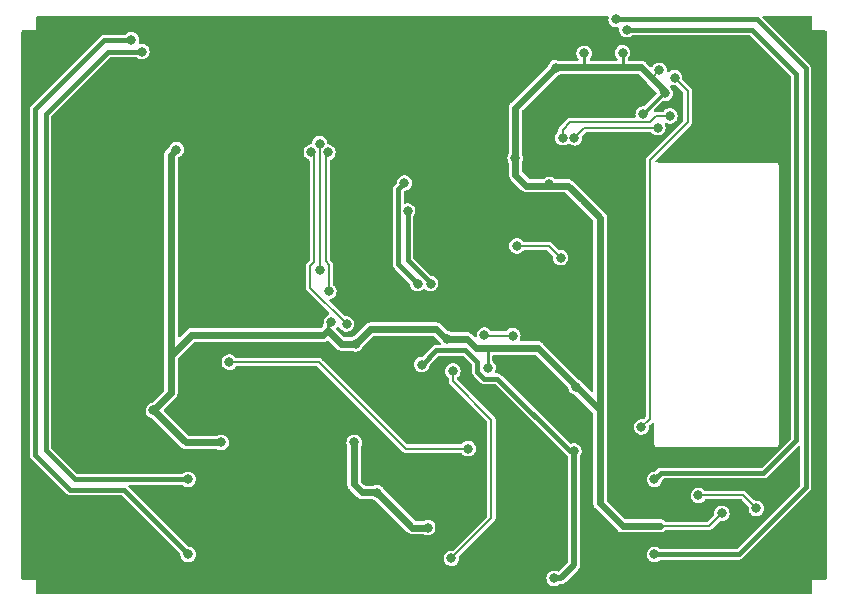
<source format=gbl>
%TF.GenerationSoftware,KiCad,Pcbnew,(6.0.1)*%
%TF.CreationDate,2022-03-14T14:07:41+00:00*%
%TF.ProjectId,UGR-22 Screen,5547522d-3232-4205-9363-7265656e2e6b,rev?*%
%TF.SameCoordinates,Original*%
%TF.FileFunction,Copper,L2,Bot*%
%TF.FilePolarity,Positive*%
%FSLAX46Y46*%
G04 Gerber Fmt 4.6, Leading zero omitted, Abs format (unit mm)*
G04 Created by KiCad (PCBNEW (6.0.1)) date 2022-03-14 14:07:41*
%MOMM*%
%LPD*%
G01*
G04 APERTURE LIST*
%TA.AperFunction,ViaPad*%
%ADD10C,0.800000*%
%TD*%
%TA.AperFunction,Conductor*%
%ADD11C,0.254000*%
%TD*%
%TA.AperFunction,Conductor*%
%ADD12C,0.625000*%
%TD*%
%TA.AperFunction,Conductor*%
%ADD13C,0.203200*%
%TD*%
%TA.AperFunction,Conductor*%
%ADD14C,0.381000*%
%TD*%
%TA.AperFunction,Conductor*%
%ADD15C,0.508000*%
%TD*%
%TA.AperFunction,Conductor*%
%ADD16C,0.200000*%
%TD*%
G04 APERTURE END LIST*
D10*
%TO.N,GND*%
X126500000Y-144800000D03*
X110300000Y-125500000D03*
X147700000Y-129000000D03*
X114300000Y-152900000D03*
X126875000Y-130350000D03*
X103775000Y-143800000D03*
X132100000Y-146200000D03*
X110200000Y-140900000D03*
X97200000Y-145900000D03*
X110075000Y-133475000D03*
X97300000Y-140900000D03*
X106025000Y-158175000D03*
X116800000Y-124900000D03*
X139600000Y-155300000D03*
X118425000Y-135250000D03*
X144700000Y-129000000D03*
X123125000Y-121500000D03*
X107900000Y-142400000D03*
X113075000Y-158475000D03*
X86700000Y-161400000D03*
X110000000Y-139600000D03*
X119200000Y-156700000D03*
X91475000Y-163375000D03*
X110925000Y-148900000D03*
X119300000Y-149700000D03*
X110400000Y-130700000D03*
X109625000Y-155625000D03*
X100400000Y-139500000D03*
X110925000Y-162650000D03*
X125350000Y-125200000D03*
X102700000Y-151800000D03*
X119025000Y-140375000D03*
X100475000Y-133700000D03*
X125800000Y-149300000D03*
X97475000Y-163375000D03*
X118100000Y-165500000D03*
X132100000Y-130200000D03*
X97300000Y-155300000D03*
X97200000Y-150900000D03*
X136600000Y-128800000D03*
X89375000Y-149125000D03*
X89350000Y-145675000D03*
X101200000Y-155325000D03*
X132100000Y-138200000D03*
X114400000Y-118700000D03*
X147700000Y-155300000D03*
X124100000Y-141300000D03*
X136675000Y-162350000D03*
X143400000Y-164000000D03*
X81825000Y-163400000D03*
X89075000Y-134475000D03*
X111700000Y-142900000D03*
X132100000Y-150200000D03*
X124225000Y-134250000D03*
X96250000Y-134475000D03*
X103600000Y-122600000D03*
X132100000Y-142200000D03*
X132100000Y-154200000D03*
X83825000Y-130250000D03*
X132100000Y-134200000D03*
%TO.N,+3V3*%
X127175000Y-149200000D03*
X116271180Y-145100000D03*
X132850000Y-126073900D03*
X93325000Y-129100000D03*
X97100000Y-153900000D03*
X91375000Y-151175000D03*
X122000000Y-129800000D03*
X110300000Y-158150000D03*
X106450000Y-143700000D03*
X119700500Y-147590000D03*
X125425000Y-122175000D03*
X139500000Y-159900000D03*
X134700000Y-124325000D03*
X131100000Y-120900000D03*
X134200000Y-122400000D03*
X127850000Y-120950000D03*
X108375000Y-153900000D03*
X124900000Y-132050000D03*
X108500000Y-145550000D03*
X114600000Y-161100000D03*
%TO.N,+5V*%
X114100000Y-147300000D03*
X125300000Y-165400000D03*
X126975000Y-154625000D03*
%TO.N,MCU_RX*%
X107725000Y-143875000D03*
X104748900Y-129319486D03*
%TO.N,LCD_CS*%
X122150000Y-137250000D03*
X125850000Y-138250000D03*
%TO.N,LCD_RST*%
X119400000Y-144800000D03*
X121800000Y-144850000D03*
%TO.N,FLASH_CS*%
X118025000Y-154425000D03*
X97800000Y-147100000D03*
%TO.N,I2C1_SCL*%
X135100000Y-126250000D03*
X126025000Y-128100000D03*
%TO.N,I2C1_SDA*%
X134075000Y-127250000D03*
X127025000Y-128100000D03*
%TO.N,SWDIO*%
X105450000Y-128600000D03*
X105450000Y-139300000D03*
%TO.N,SWCLK*%
X106151100Y-129325000D03*
X106225000Y-141101100D03*
%TO.N,CANL*%
X114850000Y-140450000D03*
X112900000Y-134300000D03*
%TO.N,CANH*%
X113750000Y-140450000D03*
X112635135Y-131935135D03*
%TO.N,SWITCH_1*%
X142425000Y-159475000D03*
X137525000Y-158375000D03*
%TO.N,SWITCH_2*%
X116734176Y-147840254D03*
X116600000Y-163700000D03*
%TO.N,SW1_1*%
X131475000Y-118950000D03*
X133800000Y-157025000D03*
%TO.N,SW1_2*%
X133800000Y-163375000D03*
X130550000Y-118075000D03*
%TO.N,SW2_1*%
X89500000Y-119800000D03*
X94325000Y-163375000D03*
%TO.N,SW2_2*%
X94300000Y-157025000D03*
X90400000Y-120800000D03*
%TO.N,TS_IRQ*%
X135500000Y-123000000D03*
X132700000Y-152600000D03*
%TD*%
D11*
%TO.N,+3V3*%
X125425000Y-122175000D02*
X125450000Y-122150000D01*
X134598900Y-124325000D02*
X134700000Y-124325000D01*
X116271180Y-145100000D02*
X116125000Y-145246180D01*
X119700500Y-147590000D02*
X119700500Y-146100500D01*
X134362500Y-123987500D02*
X134362500Y-123837500D01*
D12*
X94100000Y-153900000D02*
X91375000Y-151175000D01*
X116125000Y-145100000D02*
X115325000Y-144300000D01*
D11*
X134700000Y-124325000D02*
X134362500Y-123987500D01*
D12*
X125425000Y-122150000D02*
X126200000Y-122150000D01*
X92850000Y-129575000D02*
X93325000Y-129100000D01*
D11*
X119500000Y-145900000D02*
X118700000Y-145900000D01*
D12*
X126587500Y-148562500D02*
X127475000Y-149450000D01*
X97100000Y-153900000D02*
X94100000Y-153900000D01*
X131050000Y-122150000D02*
X132675000Y-122150000D01*
X108375000Y-157450000D02*
X108375000Y-153900000D01*
X131100000Y-160950000D02*
X134250000Y-160950000D01*
X114600000Y-161100000D02*
X113300000Y-161100000D01*
D13*
X139500000Y-159900000D02*
X138450000Y-160950000D01*
D12*
X129200000Y-151175000D02*
X129200000Y-134875000D01*
X122950000Y-132150000D02*
X122025000Y-131225000D01*
X122025000Y-130550000D02*
X122025000Y-129225000D01*
D11*
X119700500Y-146100500D02*
X119500000Y-145900000D01*
X122000000Y-129800000D02*
X122000000Y-129250000D01*
D12*
X92850000Y-149700000D02*
X92850000Y-146550000D01*
D11*
X110300000Y-158125000D02*
X110300000Y-158150000D01*
D12*
X127475000Y-149450000D02*
X129200000Y-151175000D01*
D11*
X106137500Y-144412500D02*
X106137500Y-144012500D01*
D13*
X134200000Y-122400000D02*
X133562500Y-123037500D01*
D11*
X125450000Y-122150000D02*
X126200000Y-122150000D01*
D12*
X115325000Y-144300000D02*
X109750000Y-144300000D01*
X106137500Y-144412500D02*
X107275000Y-145550000D01*
D11*
X127175000Y-149150000D02*
X126587500Y-148562500D01*
D12*
X127650000Y-122150000D02*
X131050000Y-122150000D01*
X133562500Y-123037500D02*
X134362500Y-123837500D01*
X129200000Y-134875000D02*
X127625000Y-133300000D01*
X134725000Y-124200000D02*
X134725000Y-124350000D01*
D11*
X131100000Y-122100000D02*
X131050000Y-122150000D01*
D12*
X133050000Y-122525000D02*
X133562500Y-123037500D01*
X122025000Y-125550000D02*
X125425000Y-122150000D01*
X132675000Y-122150000D02*
X133050000Y-122525000D01*
X129200000Y-151175000D02*
X129200000Y-159050000D01*
X94600000Y-144800000D02*
X105750000Y-144800000D01*
X92850000Y-149700000D02*
X92850000Y-130275000D01*
D11*
X122000000Y-129250000D02*
X122025000Y-129225000D01*
D12*
X122025000Y-129225000D02*
X122025000Y-125550000D01*
X127625000Y-133300000D02*
X126475000Y-132150000D01*
D11*
X131100000Y-120900000D02*
X131100000Y-122100000D01*
D12*
X126475000Y-132150000D02*
X122950000Y-132150000D01*
X105750000Y-144800000D02*
X106137500Y-144412500D01*
X107275000Y-145550000D02*
X108500000Y-145550000D01*
X110300000Y-158125000D02*
X109050000Y-158125000D01*
X118700000Y-145900000D02*
X117900000Y-145100000D01*
X126200000Y-122150000D02*
X127650000Y-122150000D01*
D11*
X106137500Y-144012500D02*
X106450000Y-143700000D01*
D12*
X109050000Y-158125000D02*
X108375000Y-157450000D01*
X109750000Y-144300000D02*
X108500000Y-145550000D01*
X113300000Y-161100000D02*
X110350000Y-158150000D01*
X129200000Y-159050000D02*
X131100000Y-160950000D01*
X110350000Y-158150000D02*
X110300000Y-158150000D01*
X92850000Y-130275000D02*
X92850000Y-129575000D01*
D11*
X127850000Y-121950000D02*
X127650000Y-122150000D01*
X132850000Y-126073900D02*
X134598900Y-124325000D01*
D12*
X92850000Y-146550000D02*
X94600000Y-144800000D01*
X134362500Y-123837500D02*
X134725000Y-124200000D01*
X91375000Y-151175000D02*
X92850000Y-149700000D01*
X117900000Y-145100000D02*
X116271180Y-145100000D01*
X122025000Y-131225000D02*
X122025000Y-130550000D01*
X126587500Y-148562500D02*
X123925000Y-145900000D01*
D13*
X138450000Y-160950000D02*
X134250000Y-160950000D01*
D11*
X127850000Y-120950000D02*
X127850000Y-121950000D01*
X127175000Y-149200000D02*
X127175000Y-149150000D01*
D12*
X123925000Y-145900000D02*
X118700000Y-145900000D01*
D14*
%TO.N,+5V*%
X119396627Y-148500000D02*
X118800000Y-147903373D01*
D15*
X126975000Y-164300000D02*
X126975000Y-154625000D01*
D14*
X118800000Y-147903373D02*
X118800000Y-147100000D01*
X120500000Y-148500000D02*
X119396627Y-148500000D01*
X117800000Y-146100000D02*
X115300000Y-146100000D01*
X115300000Y-146100000D02*
X114100000Y-147300000D01*
X126625000Y-154625000D02*
X120500000Y-148500000D01*
X126975000Y-154625000D02*
X126625000Y-154625000D01*
D15*
X125300000Y-165400000D02*
X125875000Y-165400000D01*
X125875000Y-165400000D02*
X126975000Y-164300000D01*
D14*
X118800000Y-147100000D02*
X117800000Y-146100000D01*
D13*
%TO.N,MCU_RX*%
X104748900Y-129319486D02*
X104950000Y-129520586D01*
X104950000Y-138641739D02*
X104650000Y-138941739D01*
X104950000Y-129520586D02*
X104950000Y-138641739D01*
X104650000Y-138941739D02*
X104650000Y-140800000D01*
X104650000Y-140800000D02*
X107725000Y-143875000D01*
%TO.N,LCD_CS*%
X124850000Y-137250000D02*
X122150000Y-137250000D01*
X125850000Y-138250000D02*
X124850000Y-137250000D01*
%TO.N,LCD_RST*%
X119450000Y-144850000D02*
X121800000Y-144850000D01*
X119400000Y-144800000D02*
X119450000Y-144850000D01*
%TO.N,FLASH_CS*%
X112725000Y-154425000D02*
X105400000Y-147100000D01*
X105400000Y-147100000D02*
X97800000Y-147100000D01*
X118025000Y-154425000D02*
X112725000Y-154425000D01*
%TO.N,I2C1_SCL*%
X126683478Y-126775000D02*
X126025000Y-127433478D01*
X126025000Y-127433478D02*
X126025000Y-128100000D01*
X133916739Y-126250000D02*
X133391739Y-126775000D01*
X135100000Y-126250000D02*
X133916739Y-126250000D01*
X133391739Y-126775000D02*
X126683478Y-126775000D01*
%TO.N,I2C1_SDA*%
X127875000Y-127250000D02*
X134075000Y-127250000D01*
X127025000Y-128100000D02*
X127875000Y-127250000D01*
%TO.N,SWDIO*%
X105450000Y-128600000D02*
X105450000Y-139300000D01*
%TO.N,SWCLK*%
X105950000Y-138575000D02*
X106225000Y-138850000D01*
X106151100Y-129325000D02*
X105950000Y-129526100D01*
X106225000Y-138850000D02*
X106225000Y-141101100D01*
X105950000Y-129526100D02*
X105950000Y-138575000D01*
D14*
%TO.N,CANL*%
X114850000Y-140432755D02*
X112900000Y-138482755D01*
X114850000Y-140450000D02*
X114850000Y-140432755D01*
X112900000Y-138482755D02*
X112900000Y-134300000D01*
%TO.N,CANH*%
X112109989Y-138809989D02*
X113750000Y-140450000D01*
X112635135Y-131935135D02*
X112109989Y-132460281D01*
X112109989Y-132460281D02*
X112109989Y-138809989D01*
D16*
%TO.N,SWITCH_1*%
X137550000Y-158350000D02*
X137525000Y-158375000D01*
X141300000Y-158350000D02*
X137550000Y-158350000D01*
X142425000Y-159475000D02*
X141300000Y-158350000D01*
D13*
%TO.N,SWITCH_2*%
X116600000Y-163700000D02*
X120000000Y-160300000D01*
X116734176Y-148734176D02*
X116734176Y-147840254D01*
X120000000Y-152000000D02*
X116734176Y-148734176D01*
X120000000Y-160300000D02*
X120000000Y-152000000D01*
D14*
%TO.N,SW1_1*%
X134325000Y-156500000D02*
X133800000Y-157025000D01*
X145800000Y-122700000D02*
X145800000Y-153725000D01*
X145800000Y-153725000D02*
X143025000Y-156500000D01*
X131475000Y-118950000D02*
X142050000Y-118950000D01*
X143025000Y-156500000D02*
X134325000Y-156500000D01*
X142050000Y-118950000D02*
X145800000Y-122700000D01*
%TO.N,SW1_2*%
X140925000Y-163375000D02*
X133800000Y-163375000D01*
X146600000Y-122229021D02*
X146600000Y-157700000D01*
X130550000Y-118075000D02*
X142445979Y-118075000D01*
X142445979Y-118075000D02*
X146600000Y-122229021D01*
X146600000Y-157700000D02*
X140925000Y-163375000D01*
%TO.N,SW2_1*%
X84325000Y-157900000D02*
X88850000Y-157900000D01*
X87200000Y-119850000D02*
X81350000Y-125700000D01*
X81350000Y-125700000D02*
X81350000Y-154925000D01*
X89500000Y-119800000D02*
X89450000Y-119850000D01*
X89450000Y-119850000D02*
X87200000Y-119850000D01*
X81350000Y-154925000D02*
X84325000Y-157900000D01*
X88850000Y-157900000D02*
X94325000Y-163375000D01*
%TO.N,SW2_2*%
X87500000Y-120825000D02*
X82275000Y-126050000D01*
X84725000Y-157025000D02*
X94300000Y-157025000D01*
X90375000Y-120825000D02*
X87500000Y-120825000D01*
X82275000Y-154575000D02*
X84725000Y-157025000D01*
X90400000Y-120800000D02*
X90375000Y-120825000D01*
X82275000Y-126050000D02*
X82275000Y-154575000D01*
D13*
%TO.N,TS_IRQ*%
X133400000Y-151900000D02*
X132700000Y-152600000D01*
X136600000Y-126800000D02*
X133400000Y-130000000D01*
X133400000Y-130000000D02*
X133400000Y-151900000D01*
X135500000Y-123000000D02*
X136600000Y-124100000D01*
X136600000Y-124100000D02*
X136600000Y-126800000D01*
%TD*%
%TA.AperFunction,Conductor*%
%TO.N,GND*%
G36*
X147092040Y-117770046D02*
G01*
X147138574Y-117823666D01*
X147150000Y-117876096D01*
X147150000Y-119000000D01*
X148274000Y-119000000D01*
X148342121Y-119020002D01*
X148388614Y-119073658D01*
X148400000Y-119126000D01*
X148400000Y-165374000D01*
X148379998Y-165442121D01*
X148326342Y-165488614D01*
X148274000Y-165500000D01*
X147150000Y-165500000D01*
X147150000Y-166624000D01*
X147129998Y-166692121D01*
X147076342Y-166738614D01*
X147024000Y-166750000D01*
X81576000Y-166750000D01*
X81507879Y-166729998D01*
X81461386Y-166676342D01*
X81450000Y-166624000D01*
X81450000Y-165500000D01*
X80326000Y-165500000D01*
X80257879Y-165479998D01*
X80211386Y-165426342D01*
X80200000Y-165374000D01*
X80200000Y-154939136D01*
X80900196Y-154939136D01*
X80908960Y-154987117D01*
X80910605Y-154996126D01*
X80911255Y-155000034D01*
X80919868Y-155057326D01*
X80922956Y-155063757D01*
X80924237Y-155070771D01*
X80929392Y-155080695D01*
X80950944Y-155122184D01*
X80952713Y-155125724D01*
X80977792Y-155177952D01*
X80982634Y-155183190D01*
X80985921Y-155189518D01*
X80990184Y-155194509D01*
X81026963Y-155231288D01*
X81030392Y-155234854D01*
X81068625Y-155276214D01*
X81074919Y-155279870D01*
X81080922Y-155285247D01*
X83986373Y-158190698D01*
X83996228Y-158201787D01*
X84016936Y-158228055D01*
X84024683Y-158233410D01*
X84024685Y-158233411D01*
X84064581Y-158260984D01*
X84067804Y-158263287D01*
X84114419Y-158297718D01*
X84121150Y-158300082D01*
X84127016Y-158304136D01*
X84182234Y-158321599D01*
X84185975Y-158322847D01*
X84231786Y-158338935D01*
X84231791Y-158338936D01*
X84240673Y-158342055D01*
X84247802Y-158342335D01*
X84254600Y-158344485D01*
X84261143Y-158345000D01*
X84313158Y-158345000D01*
X84318104Y-158345097D01*
X84374383Y-158347308D01*
X84381418Y-158345443D01*
X84389464Y-158345000D01*
X88613485Y-158345000D01*
X88681606Y-158365002D01*
X88702580Y-158381905D01*
X93631581Y-163310906D01*
X93665607Y-163373218D01*
X93667725Y-163386172D01*
X93668757Y-163395524D01*
X93682251Y-163517744D01*
X93683113Y-163525553D01*
X93685723Y-163532684D01*
X93685723Y-163532686D01*
X93733327Y-163662770D01*
X93737553Y-163674319D01*
X93741789Y-163680622D01*
X93741789Y-163680623D01*
X93820923Y-163798386D01*
X93825908Y-163805805D01*
X93831527Y-163810918D01*
X93831528Y-163810919D01*
X93937460Y-163907309D01*
X93943076Y-163912419D01*
X94082293Y-163988008D01*
X94235522Y-164028207D01*
X94319477Y-164029526D01*
X94386319Y-164030576D01*
X94386322Y-164030576D01*
X94393916Y-164030695D01*
X94548332Y-163995329D01*
X94618742Y-163959917D01*
X94683072Y-163927563D01*
X94683075Y-163927561D01*
X94689855Y-163924151D01*
X94695626Y-163919222D01*
X94695629Y-163919220D01*
X94804536Y-163826204D01*
X94804536Y-163826203D01*
X94810314Y-163821269D01*
X94902416Y-163693096D01*
X115940729Y-163693096D01*
X115945141Y-163733059D01*
X115955425Y-163826204D01*
X115958113Y-163850553D01*
X115960723Y-163857684D01*
X115960723Y-163857686D01*
X116009119Y-163989934D01*
X116012553Y-163999319D01*
X116016789Y-164005622D01*
X116016789Y-164005623D01*
X116037997Y-164037183D01*
X116100908Y-164130805D01*
X116106527Y-164135918D01*
X116106528Y-164135919D01*
X116117903Y-164146269D01*
X116218076Y-164237419D01*
X116357293Y-164313008D01*
X116510522Y-164353207D01*
X116594477Y-164354526D01*
X116661319Y-164355576D01*
X116661322Y-164355576D01*
X116668916Y-164355695D01*
X116823332Y-164320329D01*
X116915434Y-164274007D01*
X116958072Y-164252563D01*
X116958075Y-164252561D01*
X116964855Y-164249151D01*
X116970626Y-164244222D01*
X116970629Y-164244220D01*
X117079536Y-164151204D01*
X117079536Y-164151203D01*
X117085314Y-164146269D01*
X117177755Y-164017624D01*
X117236842Y-163870641D01*
X117246165Y-163805132D01*
X117258581Y-163717891D01*
X117258581Y-163717888D01*
X117259162Y-163713807D01*
X117259307Y-163700000D01*
X117258415Y-163692624D01*
X117253788Y-163654392D01*
X117249865Y-163621975D01*
X117261538Y-163551946D01*
X117285857Y-163517744D01*
X120215435Y-160588167D01*
X120231125Y-160575495D01*
X120234226Y-160572673D01*
X120242974Y-160567025D01*
X120262203Y-160542633D01*
X120265784Y-160538603D01*
X120265686Y-160538520D01*
X120269039Y-160534563D01*
X120272720Y-160530882D01*
X120275746Y-160526648D01*
X120283149Y-160516289D01*
X120286712Y-160511544D01*
X120309920Y-160482105D01*
X120309921Y-160482103D01*
X120316368Y-160473925D01*
X120319214Y-160465820D01*
X120324210Y-160458829D01*
X120337937Y-160412929D01*
X120339771Y-160407285D01*
X120353021Y-160369553D01*
X120353022Y-160369550D01*
X120355648Y-160362071D01*
X120356100Y-160356852D01*
X120356100Y-160354141D01*
X120356198Y-160351865D01*
X120356333Y-160351415D01*
X120356387Y-160351417D01*
X120356402Y-160351186D01*
X120358177Y-160345249D01*
X120356197Y-160294851D01*
X120356100Y-160289905D01*
X120356100Y-152051432D01*
X120358235Y-152031371D01*
X120358432Y-152027187D01*
X120360624Y-152017007D01*
X120356973Y-151986160D01*
X120356656Y-151980785D01*
X120356528Y-151980796D01*
X120356100Y-151975618D01*
X120356100Y-151970416D01*
X120353161Y-151952757D01*
X120352326Y-151946885D01*
X120347916Y-151909626D01*
X120347914Y-151909619D01*
X120346690Y-151899278D01*
X120342970Y-151891532D01*
X120341560Y-151883058D01*
X120318808Y-151840891D01*
X120316115Y-151835604D01*
X120298805Y-151799558D01*
X120298803Y-151799555D01*
X120295372Y-151792410D01*
X120292001Y-151788400D01*
X120290063Y-151786462D01*
X120288548Y-151784811D01*
X120288327Y-151784401D01*
X120288369Y-151784363D01*
X120288208Y-151784180D01*
X120285265Y-151778726D01*
X120248205Y-151744468D01*
X120244640Y-151741039D01*
X117127181Y-148623579D01*
X117093155Y-148561267D01*
X117090276Y-148534484D01*
X117090276Y-148454969D01*
X117110278Y-148386848D01*
X117134446Y-148359158D01*
X117213708Y-148291462D01*
X117213711Y-148291459D01*
X117219490Y-148286523D01*
X117311931Y-148157878D01*
X117371018Y-148010895D01*
X117393338Y-147854061D01*
X117393483Y-147840254D01*
X117374452Y-147682987D01*
X117318456Y-147534800D01*
X117270433Y-147464926D01*
X117233031Y-147410505D01*
X117233030Y-147410503D01*
X117228729Y-147404246D01*
X117110451Y-147298865D01*
X117103065Y-147294954D01*
X116977164Y-147228293D01*
X116977165Y-147228293D01*
X116970450Y-147224738D01*
X116816809Y-147186146D01*
X116809210Y-147186106D01*
X116809209Y-147186106D01*
X116743357Y-147185761D01*
X116658397Y-147185316D01*
X116651017Y-147187088D01*
X116651015Y-147187088D01*
X116511739Y-147220525D01*
X116511736Y-147220526D01*
X116504360Y-147222297D01*
X116363590Y-147294954D01*
X116244215Y-147399092D01*
X116153126Y-147528698D01*
X116127614Y-147594134D01*
X116110738Y-147637419D01*
X116095582Y-147676291D01*
X116094590Y-147683824D01*
X116094590Y-147683825D01*
X116085352Y-147753999D01*
X116074905Y-147833350D01*
X116080277Y-147882004D01*
X116090489Y-147974499D01*
X116092289Y-147990807D01*
X116094899Y-147997938D01*
X116094899Y-147997940D01*
X116133083Y-148102282D01*
X116146729Y-148139573D01*
X116150965Y-148145876D01*
X116150965Y-148145877D01*
X116227055Y-148259110D01*
X116235084Y-148271059D01*
X116240703Y-148276172D01*
X116240704Y-148276173D01*
X116336875Y-148363681D01*
X116373798Y-148424321D01*
X116378076Y-148456875D01*
X116378076Y-148682748D01*
X116375942Y-148702797D01*
X116375744Y-148706987D01*
X116373552Y-148717169D01*
X116374776Y-148727510D01*
X116377203Y-148748016D01*
X116377520Y-148753391D01*
X116377648Y-148753380D01*
X116378076Y-148758558D01*
X116378076Y-148763760D01*
X116378930Y-148768890D01*
X116381015Y-148781419D01*
X116381850Y-148787291D01*
X116386260Y-148824550D01*
X116386262Y-148824557D01*
X116387486Y-148834898D01*
X116391206Y-148842644D01*
X116392616Y-148851118D01*
X116412672Y-148888288D01*
X116415368Y-148893285D01*
X116418061Y-148898572D01*
X116435371Y-148934618D01*
X116435373Y-148934621D01*
X116438804Y-148941766D01*
X116442175Y-148945776D01*
X116444113Y-148947714D01*
X116445628Y-148949365D01*
X116445849Y-148949775D01*
X116445807Y-148949813D01*
X116445968Y-148949996D01*
X116448911Y-148955450D01*
X116456558Y-148962518D01*
X116456558Y-148962519D01*
X116485971Y-148989708D01*
X116489537Y-148993138D01*
X119606995Y-152110596D01*
X119641021Y-152172908D01*
X119643900Y-152199691D01*
X119643900Y-160100309D01*
X119623898Y-160168430D01*
X119606995Y-160189404D01*
X116785724Y-163010674D01*
X116723412Y-163044700D01*
X116684709Y-163046413D01*
X116682633Y-163045892D01*
X116675037Y-163045852D01*
X116675035Y-163045852D01*
X116607163Y-163045497D01*
X116524221Y-163045062D01*
X116516841Y-163046834D01*
X116516839Y-163046834D01*
X116377563Y-163080271D01*
X116377560Y-163080272D01*
X116370184Y-163082043D01*
X116229414Y-163154700D01*
X116110039Y-163258838D01*
X116018950Y-163388444D01*
X116016190Y-163395524D01*
X115965494Y-163525553D01*
X115961406Y-163536037D01*
X115960414Y-163543570D01*
X115960414Y-163543571D01*
X115946589Y-163648588D01*
X115940729Y-163693096D01*
X94902416Y-163693096D01*
X94902755Y-163692624D01*
X94961842Y-163545641D01*
X94984162Y-163388807D01*
X94984307Y-163375000D01*
X94965276Y-163217733D01*
X94909280Y-163069546D01*
X94819553Y-162938992D01*
X94701275Y-162833611D01*
X94693889Y-162829700D01*
X94567988Y-162763039D01*
X94567989Y-162763039D01*
X94561274Y-162759484D01*
X94407633Y-162720892D01*
X94400035Y-162720852D01*
X94400034Y-162720852D01*
X94386945Y-162720784D01*
X94351454Y-162720598D01*
X94283440Y-162700240D01*
X94263020Y-162683695D01*
X89264420Y-157685095D01*
X89230394Y-157622783D01*
X89235459Y-157551968D01*
X89278006Y-157495132D01*
X89344526Y-157470321D01*
X89353515Y-157470000D01*
X93767763Y-157470000D01*
X93835884Y-157490002D01*
X93852560Y-157502804D01*
X93918076Y-157562419D01*
X94057293Y-157638008D01*
X94210522Y-157678207D01*
X94294477Y-157679526D01*
X94361319Y-157680576D01*
X94361322Y-157680576D01*
X94368916Y-157680695D01*
X94523332Y-157645329D01*
X94605421Y-157604043D01*
X94658072Y-157577563D01*
X94658075Y-157577561D01*
X94664855Y-157574151D01*
X94670626Y-157569222D01*
X94670629Y-157569220D01*
X94779536Y-157476204D01*
X94779536Y-157476203D01*
X94785314Y-157471269D01*
X94877755Y-157342624D01*
X94936842Y-157195641D01*
X94959162Y-157038807D01*
X94959307Y-157025000D01*
X94940276Y-156867733D01*
X94884280Y-156719546D01*
X94794553Y-156588992D01*
X94676275Y-156483611D01*
X94668889Y-156479700D01*
X94542988Y-156413039D01*
X94542989Y-156413039D01*
X94536274Y-156409484D01*
X94382633Y-156370892D01*
X94375034Y-156370852D01*
X94375033Y-156370852D01*
X94309181Y-156370507D01*
X94224221Y-156370062D01*
X94216841Y-156371834D01*
X94216839Y-156371834D01*
X94077563Y-156405271D01*
X94077560Y-156405272D01*
X94070184Y-156407043D01*
X93929414Y-156479700D01*
X93923695Y-156484689D01*
X93850033Y-156548949D01*
X93785551Y-156578657D01*
X93767203Y-156580000D01*
X84961515Y-156580000D01*
X84893394Y-156559998D01*
X84872420Y-156543095D01*
X82756905Y-154427580D01*
X82722879Y-154365268D01*
X82720000Y-154338485D01*
X82720000Y-151168096D01*
X90715729Y-151168096D01*
X90733113Y-151325553D01*
X90735723Y-151332684D01*
X90735723Y-151332686D01*
X90773262Y-151435266D01*
X90787553Y-151474319D01*
X90875908Y-151605805D01*
X90993076Y-151712419D01*
X91132293Y-151788008D01*
X91139635Y-151789934D01*
X91139637Y-151789935D01*
X91172305Y-151798505D01*
X91229427Y-151831286D01*
X93666951Y-154268810D01*
X93677812Y-154281193D01*
X93695611Y-154304389D01*
X93725349Y-154327208D01*
X93725351Y-154327210D01*
X93814054Y-154395274D01*
X93951983Y-154452406D01*
X94062834Y-154467000D01*
X94062836Y-154467000D01*
X94062846Y-154467001D01*
X94091810Y-154470814D01*
X94091811Y-154470814D01*
X94100000Y-154471892D01*
X94108189Y-154470814D01*
X94128973Y-154468078D01*
X94145418Y-154467000D01*
X96740557Y-154467000D01*
X96800679Y-154482269D01*
X96857293Y-154513008D01*
X97010522Y-154553207D01*
X97094477Y-154554526D01*
X97161319Y-154555576D01*
X97161322Y-154555576D01*
X97168916Y-154555695D01*
X97323332Y-154520329D01*
X97412917Y-154475273D01*
X97458072Y-154452563D01*
X97458075Y-154452561D01*
X97464855Y-154449151D01*
X97470626Y-154444222D01*
X97470629Y-154444220D01*
X97579536Y-154351204D01*
X97579536Y-154351203D01*
X97585314Y-154346269D01*
X97677755Y-154217624D01*
X97736842Y-154070641D01*
X97749181Y-153983941D01*
X97758581Y-153917891D01*
X97758581Y-153917888D01*
X97759162Y-153913807D01*
X97759307Y-153900000D01*
X97758472Y-153893096D01*
X107715729Y-153893096D01*
X107724226Y-153970062D01*
X107731634Y-154037156D01*
X107733113Y-154050553D01*
X107787553Y-154199319D01*
X107791793Y-154205629D01*
X107794266Y-154210482D01*
X107808000Y-154267687D01*
X107808000Y-157404583D01*
X107806922Y-157421028D01*
X107803108Y-157450000D01*
X107808000Y-157487160D01*
X107808000Y-157487166D01*
X107819162Y-157571945D01*
X107819902Y-157577563D01*
X107822594Y-157598017D01*
X107879726Y-157735946D01*
X107947790Y-157824649D01*
X107947792Y-157824651D01*
X107970611Y-157854389D01*
X107993807Y-157872188D01*
X108006190Y-157883049D01*
X108616951Y-158493810D01*
X108627812Y-158506193D01*
X108645611Y-158529389D01*
X108675349Y-158552208D01*
X108675351Y-158552210D01*
X108727053Y-158591882D01*
X108764054Y-158620274D01*
X108901983Y-158677406D01*
X109012834Y-158692000D01*
X109012836Y-158692000D01*
X109012846Y-158692001D01*
X109041810Y-158695814D01*
X109041811Y-158695814D01*
X109050000Y-158696892D01*
X109058189Y-158695814D01*
X109078973Y-158693078D01*
X109095418Y-158692000D01*
X109894513Y-158692000D01*
X109954635Y-158707269D01*
X110050616Y-158759383D01*
X110050618Y-158759384D01*
X110057293Y-158763008D01*
X110165088Y-158791287D01*
X110222209Y-158824068D01*
X112866951Y-161468810D01*
X112877812Y-161481193D01*
X112895611Y-161504389D01*
X112925349Y-161527208D01*
X112925351Y-161527210D01*
X113014054Y-161595274D01*
X113151983Y-161652406D01*
X113262834Y-161667000D01*
X113262836Y-161667000D01*
X113262846Y-161667001D01*
X113291810Y-161670814D01*
X113291811Y-161670814D01*
X113300000Y-161671892D01*
X113308189Y-161670814D01*
X113328973Y-161668078D01*
X113345418Y-161667000D01*
X114240557Y-161667000D01*
X114300679Y-161682269D01*
X114357293Y-161713008D01*
X114510522Y-161753207D01*
X114594477Y-161754526D01*
X114661319Y-161755576D01*
X114661322Y-161755576D01*
X114668916Y-161755695D01*
X114823332Y-161720329D01*
X114899007Y-161682269D01*
X114958072Y-161652563D01*
X114958075Y-161652561D01*
X114964855Y-161649151D01*
X114970626Y-161644222D01*
X114970629Y-161644220D01*
X115079536Y-161551204D01*
X115079536Y-161551203D01*
X115085314Y-161546269D01*
X115177755Y-161417624D01*
X115236842Y-161270641D01*
X115247407Y-161196407D01*
X115258581Y-161117891D01*
X115258581Y-161117888D01*
X115259162Y-161113807D01*
X115259307Y-161100000D01*
X115240276Y-160942733D01*
X115184280Y-160794546D01*
X115094553Y-160663992D01*
X114976275Y-160558611D01*
X114967565Y-160553999D01*
X114842988Y-160488039D01*
X114842989Y-160488039D01*
X114836274Y-160484484D01*
X114682633Y-160445892D01*
X114675034Y-160445852D01*
X114675033Y-160445852D01*
X114609181Y-160445507D01*
X114524221Y-160445062D01*
X114516841Y-160446834D01*
X114516839Y-160446834D01*
X114377563Y-160480271D01*
X114377560Y-160480272D01*
X114370184Y-160482043D01*
X114363439Y-160485524D01*
X114363440Y-160485524D01*
X114298647Y-160518966D01*
X114240857Y-160533000D01*
X113587049Y-160533000D01*
X113518928Y-160512998D01*
X113497954Y-160496095D01*
X110926468Y-157924609D01*
X110897697Y-157880053D01*
X110886963Y-157851647D01*
X110884280Y-157844546D01*
X110827127Y-157761388D01*
X110798855Y-157720251D01*
X110798854Y-157720249D01*
X110794553Y-157713992D01*
X110786588Y-157706895D01*
X110754388Y-157678207D01*
X110676275Y-157608611D01*
X110656267Y-157598017D01*
X110542988Y-157538039D01*
X110542989Y-157538039D01*
X110536274Y-157534484D01*
X110382633Y-157495892D01*
X110375034Y-157495852D01*
X110375033Y-157495852D01*
X110309181Y-157495507D01*
X110224221Y-157495062D01*
X110216841Y-157496834D01*
X110216839Y-157496834D01*
X110077563Y-157530271D01*
X110077560Y-157530272D01*
X110070184Y-157532043D01*
X110063440Y-157535524D01*
X110063437Y-157535525D01*
X110047085Y-157543965D01*
X109989294Y-157558000D01*
X109337049Y-157558000D01*
X109268928Y-157537998D01*
X109247954Y-157521095D01*
X108978905Y-157252046D01*
X108944879Y-157189734D01*
X108942000Y-157162951D01*
X108942000Y-154267644D01*
X108954648Y-154218385D01*
X108952755Y-154217624D01*
X108965685Y-154185459D01*
X109011842Y-154070641D01*
X109024181Y-153983941D01*
X109033581Y-153917891D01*
X109033581Y-153917888D01*
X109034162Y-153913807D01*
X109034307Y-153900000D01*
X109031851Y-153879700D01*
X109023479Y-153810524D01*
X109015276Y-153742733D01*
X108959280Y-153594546D01*
X108869553Y-153463992D01*
X108751275Y-153358611D01*
X108743889Y-153354700D01*
X108617988Y-153288039D01*
X108617989Y-153288039D01*
X108611274Y-153284484D01*
X108457633Y-153245892D01*
X108450034Y-153245852D01*
X108450033Y-153245852D01*
X108384181Y-153245507D01*
X108299221Y-153245062D01*
X108291841Y-153246834D01*
X108291839Y-153246834D01*
X108152563Y-153280271D01*
X108152560Y-153280272D01*
X108145184Y-153282043D01*
X108004414Y-153354700D01*
X107885039Y-153458838D01*
X107793950Y-153588444D01*
X107736406Y-153736037D01*
X107735414Y-153743570D01*
X107735414Y-153743571D01*
X107716836Y-153884689D01*
X107715729Y-153893096D01*
X97758472Y-153893096D01*
X97756851Y-153879700D01*
X97748479Y-153810524D01*
X97740276Y-153742733D01*
X97684280Y-153594546D01*
X97594553Y-153463992D01*
X97476275Y-153358611D01*
X97468889Y-153354700D01*
X97342988Y-153288039D01*
X97342989Y-153288039D01*
X97336274Y-153284484D01*
X97182633Y-153245892D01*
X97175034Y-153245852D01*
X97175033Y-153245852D01*
X97109181Y-153245507D01*
X97024221Y-153245062D01*
X97016841Y-153246834D01*
X97016839Y-153246834D01*
X96877563Y-153280271D01*
X96877560Y-153280272D01*
X96870184Y-153282043D01*
X96863439Y-153285524D01*
X96863440Y-153285524D01*
X96798647Y-153318966D01*
X96740857Y-153333000D01*
X94387049Y-153333000D01*
X94318928Y-153312998D01*
X94297954Y-153296095D01*
X92265954Y-151264095D01*
X92231928Y-151201783D01*
X92236993Y-151130968D01*
X92265954Y-151085905D01*
X93218810Y-150133049D01*
X93231193Y-150122188D01*
X93254389Y-150104389D01*
X93277208Y-150074651D01*
X93277210Y-150074649D01*
X93345274Y-149985946D01*
X93402406Y-149848017D01*
X93407015Y-149813008D01*
X93417000Y-149737166D01*
X93417000Y-149737160D01*
X93421892Y-149700000D01*
X93418078Y-149671027D01*
X93417000Y-149654582D01*
X93417000Y-147093096D01*
X97140729Y-147093096D01*
X97141563Y-147100646D01*
X97155378Y-147225778D01*
X97158113Y-147250553D01*
X97160723Y-147257684D01*
X97160723Y-147257686D01*
X97181109Y-147313392D01*
X97212553Y-147399319D01*
X97216789Y-147405622D01*
X97216789Y-147405623D01*
X97265220Y-147477695D01*
X97300908Y-147530805D01*
X97306527Y-147535918D01*
X97306528Y-147535919D01*
X97412460Y-147632309D01*
X97418076Y-147637419D01*
X97557293Y-147713008D01*
X97710522Y-147753207D01*
X97794477Y-147754526D01*
X97861319Y-147755576D01*
X97861322Y-147755576D01*
X97868916Y-147755695D01*
X98023332Y-147720329D01*
X98124970Y-147669211D01*
X98158072Y-147652563D01*
X98158075Y-147652561D01*
X98164855Y-147649151D01*
X98170626Y-147644222D01*
X98170629Y-147644220D01*
X98279542Y-147551199D01*
X98279543Y-147551198D01*
X98285314Y-147546269D01*
X98289745Y-147540103D01*
X98312402Y-147508573D01*
X98368397Y-147464926D01*
X98414724Y-147456100D01*
X105200309Y-147456100D01*
X105268430Y-147476102D01*
X105289404Y-147493005D01*
X112436833Y-154640435D01*
X112449505Y-154656125D01*
X112452327Y-154659226D01*
X112457975Y-154667974D01*
X112466153Y-154674421D01*
X112482367Y-154687203D01*
X112486397Y-154690784D01*
X112486480Y-154690686D01*
X112490437Y-154694039D01*
X112494118Y-154697720D01*
X112498350Y-154700744D01*
X112498352Y-154700746D01*
X112508711Y-154708149D01*
X112513456Y-154711712D01*
X112542895Y-154734920D01*
X112542897Y-154734921D01*
X112551075Y-154741368D01*
X112559180Y-154744214D01*
X112566171Y-154749210D01*
X112601462Y-154759764D01*
X112612071Y-154762937D01*
X112617715Y-154764771D01*
X112655447Y-154778021D01*
X112655450Y-154778022D01*
X112662929Y-154780648D01*
X112668148Y-154781100D01*
X112670859Y-154781100D01*
X112673135Y-154781198D01*
X112673585Y-154781333D01*
X112673583Y-154781387D01*
X112673814Y-154781402D01*
X112679751Y-154783177D01*
X112730149Y-154781197D01*
X112735095Y-154781100D01*
X117408572Y-154781100D01*
X117476693Y-154801102D01*
X117513152Y-154836822D01*
X117525908Y-154855805D01*
X117531526Y-154860917D01*
X117628107Y-154948798D01*
X117643076Y-154962419D01*
X117782293Y-155038008D01*
X117935522Y-155078207D01*
X118019477Y-155079526D01*
X118086319Y-155080576D01*
X118086322Y-155080576D01*
X118093916Y-155080695D01*
X118248332Y-155045329D01*
X118342295Y-154998071D01*
X118383072Y-154977563D01*
X118383075Y-154977561D01*
X118389855Y-154974151D01*
X118395626Y-154969222D01*
X118395629Y-154969220D01*
X118504536Y-154876204D01*
X118504536Y-154876203D01*
X118510314Y-154871269D01*
X118602755Y-154742624D01*
X118661842Y-154595641D01*
X118678972Y-154475273D01*
X118683581Y-154442891D01*
X118683581Y-154442888D01*
X118684162Y-154438807D01*
X118684307Y-154425000D01*
X118665276Y-154267733D01*
X118609280Y-154119546D01*
X118602748Y-154110042D01*
X118523855Y-153995251D01*
X118523854Y-153995249D01*
X118519553Y-153988992D01*
X118401275Y-153883611D01*
X118393889Y-153879700D01*
X118267988Y-153813039D01*
X118267989Y-153813039D01*
X118261274Y-153809484D01*
X118107633Y-153770892D01*
X118100034Y-153770852D01*
X118100033Y-153770852D01*
X118034181Y-153770507D01*
X117949221Y-153770062D01*
X117941841Y-153771834D01*
X117941839Y-153771834D01*
X117802563Y-153805271D01*
X117802560Y-153805272D01*
X117795184Y-153807043D01*
X117654414Y-153879700D01*
X117535039Y-153983838D01*
X117530672Y-153990051D01*
X117530667Y-153990057D01*
X117512890Y-154015351D01*
X117457356Y-154059583D01*
X117409804Y-154068900D01*
X112924692Y-154068900D01*
X112856571Y-154048898D01*
X112835597Y-154031995D01*
X105688167Y-146884565D01*
X105675495Y-146868875D01*
X105672673Y-146865774D01*
X105667025Y-146857026D01*
X105642633Y-146837797D01*
X105638603Y-146834216D01*
X105638520Y-146834314D01*
X105634563Y-146830961D01*
X105630882Y-146827280D01*
X105626648Y-146824254D01*
X105616289Y-146816851D01*
X105611544Y-146813288D01*
X105582105Y-146790080D01*
X105582103Y-146790079D01*
X105573925Y-146783632D01*
X105565820Y-146780786D01*
X105558829Y-146775790D01*
X105512938Y-146762066D01*
X105507293Y-146760232D01*
X105469553Y-146746979D01*
X105469550Y-146746978D01*
X105462071Y-146744352D01*
X105456852Y-146743900D01*
X105454141Y-146743900D01*
X105451864Y-146743802D01*
X105451415Y-146743667D01*
X105451417Y-146743613D01*
X105451184Y-146743598D01*
X105445248Y-146741823D01*
X105395385Y-146743782D01*
X105394850Y-146743803D01*
X105389904Y-146743900D01*
X98415764Y-146743900D01*
X98347643Y-146723898D01*
X98311924Y-146689267D01*
X98298855Y-146670251D01*
X98298854Y-146670249D01*
X98294553Y-146663992D01*
X98176275Y-146558611D01*
X98168889Y-146554700D01*
X98072954Y-146503905D01*
X98036274Y-146484484D01*
X97882633Y-146445892D01*
X97875034Y-146445852D01*
X97875033Y-146445852D01*
X97809181Y-146445507D01*
X97724221Y-146445062D01*
X97716841Y-146446834D01*
X97716839Y-146446834D01*
X97577563Y-146480271D01*
X97577560Y-146480272D01*
X97570184Y-146482043D01*
X97429414Y-146554700D01*
X97310039Y-146658838D01*
X97218950Y-146788444D01*
X97161406Y-146936037D01*
X97160414Y-146943570D01*
X97160414Y-146943571D01*
X97145973Y-147053266D01*
X97140729Y-147093096D01*
X93417000Y-147093096D01*
X93417000Y-146837049D01*
X93437002Y-146768928D01*
X93453905Y-146747954D01*
X94797954Y-145403905D01*
X94860266Y-145369879D01*
X94887049Y-145367000D01*
X105704583Y-145367000D01*
X105721028Y-145368078D01*
X105750000Y-145371892D01*
X105758189Y-145370814D01*
X105758190Y-145370814D01*
X105787154Y-145367001D01*
X105787164Y-145367000D01*
X105787166Y-145367000D01*
X105898017Y-145352406D01*
X106035946Y-145295274D01*
X106042882Y-145289952D01*
X106042886Y-145289950D01*
X106051530Y-145283317D01*
X106056651Y-145281337D01*
X106063235Y-145277218D01*
X106063237Y-145277217D01*
X106063897Y-145278536D01*
X106117751Y-145257718D01*
X106187300Y-145271984D01*
X106217327Y-145294186D01*
X106841951Y-145918810D01*
X106852812Y-145931193D01*
X106870611Y-145954389D01*
X106900349Y-145977208D01*
X106900351Y-145977210D01*
X106974364Y-146034002D01*
X106989054Y-146045274D01*
X107126983Y-146102406D01*
X107237834Y-146117000D01*
X107237836Y-146117000D01*
X107237846Y-146117001D01*
X107266810Y-146120814D01*
X107266811Y-146120814D01*
X107275000Y-146121892D01*
X107283189Y-146120814D01*
X107303973Y-146118078D01*
X107320418Y-146117000D01*
X108140557Y-146117000D01*
X108200679Y-146132269D01*
X108257293Y-146163008D01*
X108410522Y-146203207D01*
X108494477Y-146204526D01*
X108561319Y-146205576D01*
X108561322Y-146205576D01*
X108568916Y-146205695D01*
X108723332Y-146170329D01*
X108799007Y-146132269D01*
X108858072Y-146102563D01*
X108858075Y-146102561D01*
X108864855Y-146099151D01*
X108870626Y-146094222D01*
X108870629Y-146094220D01*
X108979536Y-146001204D01*
X108979536Y-146001203D01*
X108985314Y-145996269D01*
X109077755Y-145867624D01*
X109131019Y-145735126D01*
X109158831Y-145693028D01*
X109947954Y-144903905D01*
X110010266Y-144869879D01*
X110037049Y-144867000D01*
X115037951Y-144867000D01*
X115106072Y-144887002D01*
X115127046Y-144903905D01*
X115663046Y-145439905D01*
X115697072Y-145502217D01*
X115692007Y-145573032D01*
X115649460Y-145629868D01*
X115582940Y-145654679D01*
X115573951Y-145655000D01*
X115333887Y-145655000D01*
X115319077Y-145654127D01*
X115295217Y-145651303D01*
X115285864Y-145650196D01*
X115276600Y-145651888D01*
X115276599Y-145651888D01*
X115228874Y-145660604D01*
X115224970Y-145661254D01*
X115176985Y-145668468D01*
X115176984Y-145668468D01*
X115167674Y-145669868D01*
X115161244Y-145672956D01*
X115154228Y-145674237D01*
X115145871Y-145678578D01*
X115145866Y-145678580D01*
X115102807Y-145700948D01*
X115099330Y-145702686D01*
X115047048Y-145727792D01*
X115041808Y-145732636D01*
X115035482Y-145735922D01*
X115030491Y-145740184D01*
X114993712Y-145776963D01*
X114990146Y-145780392D01*
X114948786Y-145818625D01*
X114945130Y-145824919D01*
X114939753Y-145830922D01*
X114162263Y-146608412D01*
X114099951Y-146642438D01*
X114072510Y-146645315D01*
X114024221Y-146645062D01*
X114016841Y-146646834D01*
X114016839Y-146646834D01*
X113877563Y-146680271D01*
X113877560Y-146680272D01*
X113870184Y-146682043D01*
X113729414Y-146754700D01*
X113610039Y-146858838D01*
X113518950Y-146988444D01*
X113461406Y-147136037D01*
X113460414Y-147143570D01*
X113460414Y-147143571D01*
X113441855Y-147284546D01*
X113440729Y-147293096D01*
X113441563Y-147300646D01*
X113456146Y-147432733D01*
X113458113Y-147450553D01*
X113460723Y-147457684D01*
X113460723Y-147457686D01*
X113509143Y-147590000D01*
X113512553Y-147599319D01*
X113516789Y-147605622D01*
X113516789Y-147605623D01*
X113568776Y-147682987D01*
X113600908Y-147730805D01*
X113606527Y-147735918D01*
X113606528Y-147735919D01*
X113641453Y-147767698D01*
X113718076Y-147837419D01*
X113857293Y-147913008D01*
X114010522Y-147953207D01*
X114094477Y-147954526D01*
X114161319Y-147955576D01*
X114161322Y-147955576D01*
X114168916Y-147955695D01*
X114323332Y-147920329D01*
X114394976Y-147884296D01*
X114458072Y-147852563D01*
X114458075Y-147852561D01*
X114464855Y-147849151D01*
X114470626Y-147844222D01*
X114470629Y-147844220D01*
X114579536Y-147751204D01*
X114579536Y-147751203D01*
X114585314Y-147746269D01*
X114677755Y-147617624D01*
X114736842Y-147470641D01*
X114759162Y-147313807D01*
X114759173Y-147312730D01*
X114784038Y-147246986D01*
X114795465Y-147233860D01*
X115447420Y-146581905D01*
X115509732Y-146547879D01*
X115536515Y-146545000D01*
X117563485Y-146545000D01*
X117631606Y-146565002D01*
X117652580Y-146581905D01*
X118318095Y-147247420D01*
X118352121Y-147309732D01*
X118355000Y-147336515D01*
X118355000Y-147869486D01*
X118354127Y-147884296D01*
X118350196Y-147917509D01*
X118357171Y-147955695D01*
X118360605Y-147974499D01*
X118361255Y-147978407D01*
X118369868Y-148035699D01*
X118372956Y-148042130D01*
X118374237Y-148049144D01*
X118397031Y-148093024D01*
X118400944Y-148100557D01*
X118402713Y-148104097D01*
X118427792Y-148156325D01*
X118432634Y-148161563D01*
X118435921Y-148167891D01*
X118440184Y-148172882D01*
X118476963Y-148209661D01*
X118480392Y-148213227D01*
X118518625Y-148254587D01*
X118524919Y-148258243D01*
X118530922Y-148263620D01*
X119058000Y-148790698D01*
X119067855Y-148801787D01*
X119088563Y-148828055D01*
X119096310Y-148833410D01*
X119096312Y-148833411D01*
X119113632Y-148845381D01*
X119135194Y-148860283D01*
X119136208Y-148860984D01*
X119139431Y-148863287D01*
X119186046Y-148897718D01*
X119192777Y-148900082D01*
X119198643Y-148904136D01*
X119253861Y-148921599D01*
X119257602Y-148922847D01*
X119303413Y-148938935D01*
X119303418Y-148938936D01*
X119312300Y-148942055D01*
X119319429Y-148942335D01*
X119326227Y-148944485D01*
X119332770Y-148945000D01*
X119384786Y-148945000D01*
X119389732Y-148945097D01*
X119446011Y-148947308D01*
X119453046Y-148945443D01*
X119461092Y-148945000D01*
X120263485Y-148945000D01*
X120331606Y-148965002D01*
X120352580Y-148981905D01*
X126286373Y-154915698D01*
X126296228Y-154926787D01*
X126316936Y-154953055D01*
X126324683Y-154958410D01*
X126324685Y-154958411D01*
X126364581Y-154985984D01*
X126367804Y-154988287D01*
X126414420Y-155022719D01*
X126412239Y-155025672D01*
X126450290Y-155062744D01*
X126466500Y-155124567D01*
X126466500Y-164037183D01*
X126446498Y-164105304D01*
X126429595Y-164126278D01*
X125755804Y-164800069D01*
X125693492Y-164834095D01*
X125622677Y-164829030D01*
X125607751Y-164822329D01*
X125542986Y-164788038D01*
X125542987Y-164788038D01*
X125536274Y-164784484D01*
X125382633Y-164745892D01*
X125375034Y-164745852D01*
X125375033Y-164745852D01*
X125309181Y-164745507D01*
X125224221Y-164745062D01*
X125216841Y-164746834D01*
X125216839Y-164746834D01*
X125077563Y-164780271D01*
X125077560Y-164780272D01*
X125070184Y-164782043D01*
X124929414Y-164854700D01*
X124810039Y-164958838D01*
X124718950Y-165088444D01*
X124661406Y-165236037D01*
X124640729Y-165393096D01*
X124658113Y-165550553D01*
X124712553Y-165699319D01*
X124716789Y-165705622D01*
X124716789Y-165705623D01*
X124781475Y-165801885D01*
X124800908Y-165830805D01*
X124806527Y-165835918D01*
X124806528Y-165835919D01*
X124887567Y-165909658D01*
X124918076Y-165937419D01*
X125057293Y-166013008D01*
X125210522Y-166053207D01*
X125294477Y-166054526D01*
X125361319Y-166055576D01*
X125361322Y-166055576D01*
X125368916Y-166055695D01*
X125523332Y-166020329D01*
X125600490Y-165981523D01*
X125658072Y-165952563D01*
X125658075Y-165952561D01*
X125664855Y-165949151D01*
X125677103Y-165938690D01*
X125741892Y-165909658D01*
X125758935Y-165908500D01*
X125803928Y-165908500D01*
X125816058Y-165909855D01*
X125816097Y-165909373D01*
X125825044Y-165910093D01*
X125833800Y-165912074D01*
X125887508Y-165908742D01*
X125895310Y-165908500D01*
X125911513Y-165908500D01*
X125920429Y-165907223D01*
X125921878Y-165907016D01*
X125931928Y-165905987D01*
X125970216Y-165903611D01*
X125979177Y-165903055D01*
X125987623Y-165900006D01*
X125990514Y-165899407D01*
X126007480Y-165895178D01*
X126010305Y-165894352D01*
X126019187Y-165893080D01*
X126062298Y-165873478D01*
X126071649Y-165869672D01*
X126107735Y-165856645D01*
X126116181Y-165853596D01*
X126123429Y-165848301D01*
X126126027Y-165846920D01*
X126141145Y-165838085D01*
X126143614Y-165836506D01*
X126151782Y-165832792D01*
X126187653Y-165801884D01*
X126195569Y-165795599D01*
X126202615Y-165790452D01*
X126202620Y-165790447D01*
X126206552Y-165787575D01*
X126217527Y-165776600D01*
X126224375Y-165770242D01*
X126255323Y-165743576D01*
X126255324Y-165743575D01*
X126262127Y-165737713D01*
X126267011Y-165730178D01*
X126272458Y-165723934D01*
X126282058Y-165712069D01*
X127284304Y-164709823D01*
X127293844Y-164702200D01*
X127293530Y-164701832D01*
X127300366Y-164696014D01*
X127307958Y-164691224D01*
X127343593Y-164650875D01*
X127348939Y-164645188D01*
X127360382Y-164633745D01*
X127366659Y-164625370D01*
X127373033Y-164617541D01*
X127404378Y-164582049D01*
X127408192Y-164573926D01*
X127409826Y-164571438D01*
X127418814Y-164556477D01*
X127420229Y-164553892D01*
X127425616Y-164546705D01*
X127442241Y-164502357D01*
X127446168Y-164493040D01*
X127462466Y-164458326D01*
X127466281Y-164450200D01*
X127467662Y-164441331D01*
X127468528Y-164438498D01*
X127472958Y-164421611D01*
X127473592Y-164418726D01*
X127476745Y-164410316D01*
X127480254Y-164363094D01*
X127481408Y-164353048D01*
X127482751Y-164344425D01*
X127482751Y-164344422D01*
X127483500Y-164339614D01*
X127483500Y-164324094D01*
X127483846Y-164314757D01*
X127486874Y-164274007D01*
X127487539Y-164265059D01*
X127485665Y-164256280D01*
X127485102Y-164248022D01*
X127483500Y-164232839D01*
X127483500Y-155079577D01*
X127507178Y-155006051D01*
X127520783Y-154987117D01*
X127552755Y-154942624D01*
X127611842Y-154795641D01*
X127623495Y-154713757D01*
X127633581Y-154642891D01*
X127633581Y-154642888D01*
X127634162Y-154638807D01*
X127634307Y-154625000D01*
X127615276Y-154467733D01*
X127559280Y-154319546D01*
X127523670Y-154267733D01*
X127473855Y-154195251D01*
X127473854Y-154195249D01*
X127469553Y-154188992D01*
X127351275Y-154083611D01*
X127211274Y-154009484D01*
X127057633Y-153970892D01*
X127050034Y-153970852D01*
X127050033Y-153970852D01*
X126984181Y-153970507D01*
X126899221Y-153970062D01*
X126891841Y-153971834D01*
X126891839Y-153971834D01*
X126841840Y-153983838D01*
X126745184Y-154007043D01*
X126741111Y-154009145D01*
X126671571Y-154014052D01*
X126609377Y-153980052D01*
X120838627Y-148209302D01*
X120828772Y-148198213D01*
X120813895Y-148179342D01*
X120808064Y-148171945D01*
X120800317Y-148166590D01*
X120800315Y-148166589D01*
X120760419Y-148139016D01*
X120757196Y-148136713D01*
X120718160Y-148107880D01*
X120710581Y-148102282D01*
X120703850Y-148099918D01*
X120697984Y-148095864D01*
X120642766Y-148078401D01*
X120639025Y-148077153D01*
X120593214Y-148061065D01*
X120593209Y-148061064D01*
X120584327Y-148057945D01*
X120577198Y-148057665D01*
X120570400Y-148055515D01*
X120563857Y-148055000D01*
X120511841Y-148055000D01*
X120506895Y-148054903D01*
X120506633Y-148054893D01*
X120450616Y-148052692D01*
X120443581Y-148054557D01*
X120435535Y-148055000D01*
X120405462Y-148055000D01*
X120337341Y-148034998D01*
X120290848Y-147981342D01*
X120280744Y-147911068D01*
X120288555Y-147882004D01*
X120334506Y-147767698D01*
X120334508Y-147767691D01*
X120337342Y-147760641D01*
X120354363Y-147641042D01*
X120359081Y-147607891D01*
X120359081Y-147607888D01*
X120359662Y-147603807D01*
X120359807Y-147590000D01*
X120340776Y-147432733D01*
X120284780Y-147284546D01*
X120217152Y-147186146D01*
X120199355Y-147160251D01*
X120199354Y-147160249D01*
X120195053Y-147153992D01*
X120124181Y-147090847D01*
X120086626Y-147030598D01*
X120082000Y-146996771D01*
X120082000Y-146593000D01*
X120102002Y-146524879D01*
X120155658Y-146478386D01*
X120208000Y-146467000D01*
X123637951Y-146467000D01*
X123706072Y-146487002D01*
X123727046Y-146503905D01*
X126496788Y-149273647D01*
X126530814Y-149335959D01*
X126531244Y-149338590D01*
X126532280Y-149343006D01*
X126533113Y-149350553D01*
X126535723Y-149357685D01*
X126580876Y-149481072D01*
X126587553Y-149499319D01*
X126591789Y-149505622D01*
X126591789Y-149505623D01*
X126653310Y-149597175D01*
X126675908Y-149630805D01*
X126681527Y-149635918D01*
X126681528Y-149635919D01*
X126742953Y-149691811D01*
X126793076Y-149737419D01*
X126799749Y-149741042D01*
X126925616Y-149809383D01*
X126925618Y-149809384D01*
X126932293Y-149813008D01*
X127040088Y-149841287D01*
X127097209Y-149874068D01*
X128596095Y-151372954D01*
X128630121Y-151435266D01*
X128633000Y-151462049D01*
X128633000Y-159004583D01*
X128631922Y-159021028D01*
X128628108Y-159050000D01*
X128633000Y-159087160D01*
X128633000Y-159087166D01*
X128643846Y-159169546D01*
X128647594Y-159198017D01*
X128704726Y-159335946D01*
X128772790Y-159424649D01*
X128772792Y-159424651D01*
X128795611Y-159454389D01*
X128818807Y-159472188D01*
X128831190Y-159483049D01*
X130666951Y-161318810D01*
X130677812Y-161331193D01*
X130695611Y-161354389D01*
X130725349Y-161377208D01*
X130725351Y-161377210D01*
X130814054Y-161445274D01*
X130900787Y-161481200D01*
X130940965Y-161497842D01*
X130951983Y-161502406D01*
X131100000Y-161521893D01*
X131128981Y-161518078D01*
X131145424Y-161517000D01*
X134287166Y-161517000D01*
X134398017Y-161502406D01*
X134535946Y-161445274D01*
X134654389Y-161354389D01*
X134659413Y-161347842D01*
X134664252Y-161343003D01*
X134726565Y-161308979D01*
X134753345Y-161306100D01*
X138398572Y-161306100D01*
X138418621Y-161308234D01*
X138422811Y-161308432D01*
X138432993Y-161310624D01*
X138463840Y-161306973D01*
X138469215Y-161306656D01*
X138469204Y-161306528D01*
X138474382Y-161306100D01*
X138479584Y-161306100D01*
X138490919Y-161304213D01*
X138497243Y-161303161D01*
X138503115Y-161302326D01*
X138540374Y-161297916D01*
X138540381Y-161297914D01*
X138550722Y-161296690D01*
X138558468Y-161292970D01*
X138566942Y-161291560D01*
X138609109Y-161268808D01*
X138614396Y-161266115D01*
X138650442Y-161248805D01*
X138650445Y-161248803D01*
X138657590Y-161245372D01*
X138661600Y-161242001D01*
X138663538Y-161240063D01*
X138665189Y-161238548D01*
X138665599Y-161238327D01*
X138665637Y-161238369D01*
X138665820Y-161238208D01*
X138671274Y-161235265D01*
X138705519Y-161198219D01*
X138708949Y-161194652D01*
X139314223Y-160589379D01*
X139376535Y-160555354D01*
X139410509Y-160554029D01*
X139410522Y-160553207D01*
X139561319Y-160555576D01*
X139561322Y-160555576D01*
X139568916Y-160555695D01*
X139723332Y-160520329D01*
X139822103Y-160470653D01*
X139858072Y-160452563D01*
X139858075Y-160452561D01*
X139864855Y-160449151D01*
X139870626Y-160444222D01*
X139870629Y-160444220D01*
X139979536Y-160351204D01*
X139979536Y-160351203D01*
X139985314Y-160346269D01*
X140077755Y-160217624D01*
X140136842Y-160070641D01*
X140159162Y-159913807D01*
X140159307Y-159900000D01*
X140140276Y-159742733D01*
X140084280Y-159594546D01*
X140008773Y-159484682D01*
X139998855Y-159470251D01*
X139998854Y-159470249D01*
X139994553Y-159463992D01*
X139876275Y-159358611D01*
X139868889Y-159354700D01*
X139742988Y-159288039D01*
X139742989Y-159288039D01*
X139736274Y-159284484D01*
X139582633Y-159245892D01*
X139575034Y-159245852D01*
X139575033Y-159245852D01*
X139509181Y-159245507D01*
X139424221Y-159245062D01*
X139416841Y-159246834D01*
X139416839Y-159246834D01*
X139277563Y-159280271D01*
X139277560Y-159280272D01*
X139270184Y-159282043D01*
X139129414Y-159354700D01*
X139010039Y-159458838D01*
X138918950Y-159588444D01*
X138861406Y-159736037D01*
X138840729Y-159893096D01*
X138850254Y-159979367D01*
X138837848Y-160049270D01*
X138814110Y-160082288D01*
X138339403Y-160556995D01*
X138277091Y-160591021D01*
X138250308Y-160593900D01*
X134753345Y-160593900D01*
X134685224Y-160573898D01*
X134664252Y-160556997D01*
X134659413Y-160552158D01*
X134654389Y-160545611D01*
X134535946Y-160454726D01*
X134398017Y-160397594D01*
X134287166Y-160383000D01*
X131387049Y-160383000D01*
X131318928Y-160362998D01*
X131297954Y-160346095D01*
X129803905Y-158852046D01*
X129769879Y-158789734D01*
X129767000Y-158762951D01*
X129767000Y-158368096D01*
X136865729Y-158368096D01*
X136883113Y-158525553D01*
X136885723Y-158532684D01*
X136885723Y-158532686D01*
X136917776Y-158620274D01*
X136937553Y-158674319D01*
X137025908Y-158805805D01*
X137031527Y-158810918D01*
X137031528Y-158810919D01*
X137084901Y-158859484D01*
X137143076Y-158912419D01*
X137282293Y-158988008D01*
X137435522Y-159028207D01*
X137519477Y-159029526D01*
X137586319Y-159030576D01*
X137586322Y-159030576D01*
X137593916Y-159030695D01*
X137748332Y-158995329D01*
X137818742Y-158959917D01*
X137883072Y-158927563D01*
X137883075Y-158927561D01*
X137889855Y-158924151D01*
X137895626Y-158919222D01*
X137895629Y-158919220D01*
X138004542Y-158826199D01*
X138004543Y-158826198D01*
X138010314Y-158821269D01*
X138014745Y-158815103D01*
X138056516Y-158756973D01*
X138112511Y-158713326D01*
X138158838Y-158704500D01*
X141100971Y-158704500D01*
X141169092Y-158724502D01*
X141190066Y-158741405D01*
X141739362Y-159290701D01*
X141773388Y-159353013D01*
X141775189Y-159396243D01*
X141767534Y-159454389D01*
X141765729Y-159468096D01*
X141774421Y-159546825D01*
X141779798Y-159595524D01*
X141783113Y-159625553D01*
X141785723Y-159632684D01*
X141785723Y-159632686D01*
X141828754Y-159750273D01*
X141837553Y-159774319D01*
X141925908Y-159905805D01*
X141931527Y-159910918D01*
X141931528Y-159910919D01*
X141939190Y-159917891D01*
X142043076Y-160012419D01*
X142182293Y-160088008D01*
X142335522Y-160128207D01*
X142419477Y-160129526D01*
X142486319Y-160130576D01*
X142486322Y-160130576D01*
X142493916Y-160130695D01*
X142648332Y-160095329D01*
X142759327Y-160039505D01*
X142783072Y-160027563D01*
X142783075Y-160027561D01*
X142789855Y-160024151D01*
X142795626Y-160019222D01*
X142795629Y-160019220D01*
X142904536Y-159926204D01*
X142904536Y-159926203D01*
X142910314Y-159921269D01*
X143002755Y-159792624D01*
X143061842Y-159645641D01*
X143084162Y-159488807D01*
X143084307Y-159475000D01*
X143065276Y-159317733D01*
X143009280Y-159169546D01*
X142919553Y-159038992D01*
X142801275Y-158933611D01*
X142661274Y-158859484D01*
X142507633Y-158820892D01*
X142500034Y-158820852D01*
X142500033Y-158820852D01*
X142430454Y-158820488D01*
X142349221Y-158820062D01*
X142341833Y-158821836D01*
X142340802Y-158821955D01*
X142270833Y-158809915D01*
X142237225Y-158785886D01*
X141586916Y-158135578D01*
X141574414Y-158120098D01*
X141571475Y-158116868D01*
X141565825Y-158108118D01*
X141541562Y-158088991D01*
X141537567Y-158085441D01*
X141537483Y-158085540D01*
X141533520Y-158082182D01*
X141529844Y-158078506D01*
X141518675Y-158070524D01*
X141515348Y-158068146D01*
X141510605Y-158064585D01*
X141481325Y-158041503D01*
X141481321Y-158041501D01*
X141473143Y-158035054D01*
X141465075Y-158032221D01*
X141458115Y-158027247D01*
X141412414Y-158013580D01*
X141406765Y-158011744D01*
X141369269Y-157998576D01*
X141369270Y-157998576D01*
X141361792Y-157995950D01*
X141356596Y-157995500D01*
X141353891Y-157995500D01*
X141351635Y-157995403D01*
X141351159Y-157995260D01*
X141351161Y-157995214D01*
X141350962Y-157995201D01*
X141345045Y-157993432D01*
X141295411Y-157995382D01*
X141294876Y-157995403D01*
X141289930Y-157995500D01*
X138124682Y-157995500D01*
X138056561Y-157975498D01*
X138030114Y-157949860D01*
X138028878Y-157950949D01*
X138023855Y-157945251D01*
X138019553Y-157938992D01*
X137996172Y-157918160D01*
X137953401Y-157880053D01*
X137901275Y-157833611D01*
X137893889Y-157829700D01*
X137794730Y-157777198D01*
X137761274Y-157759484D01*
X137607633Y-157720892D01*
X137600034Y-157720852D01*
X137600033Y-157720852D01*
X137534181Y-157720507D01*
X137449221Y-157720062D01*
X137441841Y-157721834D01*
X137441839Y-157721834D01*
X137302563Y-157755271D01*
X137302560Y-157755272D01*
X137295184Y-157757043D01*
X137154414Y-157829700D01*
X137035039Y-157933838D01*
X136943950Y-158063444D01*
X136886406Y-158211037D01*
X136885414Y-158218570D01*
X136885414Y-158218571D01*
X136868466Y-158347308D01*
X136865729Y-158368096D01*
X129767000Y-158368096D01*
X129767000Y-151220417D01*
X129768078Y-151203971D01*
X129770814Y-151183188D01*
X129771892Y-151175000D01*
X129768078Y-151146028D01*
X129767000Y-151129583D01*
X129767000Y-134920417D01*
X129768078Y-134903971D01*
X129770814Y-134883188D01*
X129771892Y-134875000D01*
X129767000Y-134837840D01*
X129767000Y-134837834D01*
X129752406Y-134726983D01*
X129695274Y-134589054D01*
X129627210Y-134500351D01*
X129627208Y-134500349D01*
X129604389Y-134470611D01*
X129581193Y-134452812D01*
X129568810Y-134441951D01*
X126908049Y-131781190D01*
X126897188Y-131768807D01*
X126879389Y-131745611D01*
X126849651Y-131722792D01*
X126849649Y-131722790D01*
X126760946Y-131654726D01*
X126623017Y-131597594D01*
X126623009Y-131597593D01*
X126512166Y-131583000D01*
X126512163Y-131583000D01*
X126512154Y-131582999D01*
X126483190Y-131579186D01*
X126483189Y-131579186D01*
X126475000Y-131578108D01*
X126466811Y-131579186D01*
X126446027Y-131581922D01*
X126429582Y-131583000D01*
X125407757Y-131583000D01*
X125339636Y-131562998D01*
X125323938Y-131551077D01*
X125318346Y-131546095D01*
X125276275Y-131508611D01*
X125268889Y-131504700D01*
X125142988Y-131438039D01*
X125142989Y-131438039D01*
X125136274Y-131434484D01*
X124982633Y-131395892D01*
X124975034Y-131395852D01*
X124975033Y-131395852D01*
X124909181Y-131395507D01*
X124824221Y-131395062D01*
X124816841Y-131396834D01*
X124816839Y-131396834D01*
X124677563Y-131430271D01*
X124677560Y-131430272D01*
X124670184Y-131432043D01*
X124663439Y-131435524D01*
X124663440Y-131435524D01*
X124549998Y-131494076D01*
X124529414Y-131504700D01*
X124523692Y-131509692D01*
X124523690Y-131509693D01*
X124475251Y-131551949D01*
X124410769Y-131581657D01*
X124392422Y-131583000D01*
X123237049Y-131583000D01*
X123168928Y-131562998D01*
X123147954Y-131546095D01*
X122628905Y-131027046D01*
X122594879Y-130964734D01*
X122592000Y-130937951D01*
X122592000Y-130106565D01*
X122601092Y-130059571D01*
X122636842Y-129970641D01*
X122648737Y-129887062D01*
X122658581Y-129817891D01*
X122658581Y-129817888D01*
X122659162Y-129813807D01*
X122659307Y-129800000D01*
X122640276Y-129642733D01*
X122600134Y-129536501D01*
X122592000Y-129491964D01*
X122592000Y-125837049D01*
X122612002Y-125768928D01*
X122628905Y-125747954D01*
X125536052Y-122840807D01*
X125597017Y-122807082D01*
X125640929Y-122797025D01*
X125640933Y-122797024D01*
X125648332Y-122795329D01*
X125730695Y-122753905D01*
X125777361Y-122730435D01*
X125833975Y-122717000D01*
X132387951Y-122717000D01*
X132456072Y-122737002D01*
X132477046Y-122753905D01*
X132622790Y-122899649D01*
X133187850Y-123464710D01*
X133187853Y-123464712D01*
X133964665Y-124241524D01*
X133998691Y-124303836D01*
X133993626Y-124374651D01*
X133964669Y-124419709D01*
X133001596Y-125382782D01*
X132939286Y-125416806D01*
X132911843Y-125419683D01*
X132879217Y-125419512D01*
X132774221Y-125418962D01*
X132766841Y-125420734D01*
X132766839Y-125420734D01*
X132627563Y-125454171D01*
X132627560Y-125454172D01*
X132620184Y-125455943D01*
X132479414Y-125528600D01*
X132360039Y-125632738D01*
X132268950Y-125762344D01*
X132266190Y-125769424D01*
X132217659Y-125893900D01*
X132211406Y-125909937D01*
X132210414Y-125917470D01*
X132210414Y-125917471D01*
X132203130Y-125972802D01*
X132190729Y-126066996D01*
X132208113Y-126224453D01*
X132210723Y-126231584D01*
X132210723Y-126231586D01*
X132217315Y-126249599D01*
X132221941Y-126320445D01*
X132187531Y-126382545D01*
X132125009Y-126416184D01*
X132098989Y-126418900D01*
X126734910Y-126418900D01*
X126714849Y-126416765D01*
X126710665Y-126416568D01*
X126700485Y-126414376D01*
X126669638Y-126418027D01*
X126664263Y-126418344D01*
X126664274Y-126418472D01*
X126659096Y-126418900D01*
X126653894Y-126418900D01*
X126643434Y-126420641D01*
X126636235Y-126421839D01*
X126630363Y-126422674D01*
X126593104Y-126427084D01*
X126593097Y-126427086D01*
X126582756Y-126428310D01*
X126575010Y-126432030D01*
X126566536Y-126433440D01*
X126527930Y-126454270D01*
X126524369Y-126456192D01*
X126519082Y-126458885D01*
X126486057Y-126474745D01*
X126475888Y-126479628D01*
X126471878Y-126482998D01*
X126469955Y-126484921D01*
X126468282Y-126486455D01*
X126467873Y-126486676D01*
X126467836Y-126486635D01*
X126467658Y-126486792D01*
X126462204Y-126489735D01*
X126455136Y-126497382D01*
X126455135Y-126497382D01*
X126427959Y-126526781D01*
X126424529Y-126530347D01*
X125809565Y-127145311D01*
X125793875Y-127157983D01*
X125790774Y-127160805D01*
X125782026Y-127166453D01*
X125775579Y-127174631D01*
X125762797Y-127190845D01*
X125759216Y-127194875D01*
X125759314Y-127194958D01*
X125755961Y-127198915D01*
X125752280Y-127202596D01*
X125749256Y-127206828D01*
X125749254Y-127206830D01*
X125741851Y-127217189D01*
X125738288Y-127221934D01*
X125715080Y-127251373D01*
X125715079Y-127251375D01*
X125708632Y-127259553D01*
X125705786Y-127267658D01*
X125700790Y-127274649D01*
X125697806Y-127284628D01*
X125687066Y-127320540D01*
X125685232Y-127326185D01*
X125671979Y-127363925D01*
X125669352Y-127371407D01*
X125668900Y-127376626D01*
X125668900Y-127379337D01*
X125668802Y-127381614D01*
X125668667Y-127382063D01*
X125668613Y-127382061D01*
X125668598Y-127382294D01*
X125666823Y-127388230D01*
X125668560Y-127432445D01*
X125668803Y-127438628D01*
X125668900Y-127443574D01*
X125668900Y-127484774D01*
X125648898Y-127552895D01*
X125625729Y-127579723D01*
X125540765Y-127653842D01*
X125540761Y-127653846D01*
X125535039Y-127658838D01*
X125443950Y-127788444D01*
X125416291Y-127859385D01*
X125399958Y-127901279D01*
X125386406Y-127936037D01*
X125385414Y-127943570D01*
X125385414Y-127943571D01*
X125369604Y-128063664D01*
X125365729Y-128093096D01*
X125383113Y-128250553D01*
X125437553Y-128399319D01*
X125441789Y-128405622D01*
X125441789Y-128405623D01*
X125494782Y-128484484D01*
X125525908Y-128530805D01*
X125531527Y-128535918D01*
X125531528Y-128535919D01*
X125624230Y-128620271D01*
X125643076Y-128637419D01*
X125782293Y-128713008D01*
X125935522Y-128753207D01*
X126019477Y-128754526D01*
X126086319Y-128755576D01*
X126086322Y-128755576D01*
X126093916Y-128755695D01*
X126248332Y-128720329D01*
X126318742Y-128684917D01*
X126383072Y-128652563D01*
X126383075Y-128652561D01*
X126389855Y-128649151D01*
X126442656Y-128604055D01*
X126507445Y-128575024D01*
X126577645Y-128585629D01*
X126609285Y-128606672D01*
X126624230Y-128620271D01*
X126643076Y-128637419D01*
X126782293Y-128713008D01*
X126935522Y-128753207D01*
X127019477Y-128754526D01*
X127086319Y-128755576D01*
X127086322Y-128755576D01*
X127093916Y-128755695D01*
X127248332Y-128720329D01*
X127318742Y-128684917D01*
X127383072Y-128652563D01*
X127383075Y-128652561D01*
X127389855Y-128649151D01*
X127395626Y-128644222D01*
X127395629Y-128644220D01*
X127504536Y-128551204D01*
X127504536Y-128551203D01*
X127510314Y-128546269D01*
X127602755Y-128417624D01*
X127661842Y-128270641D01*
X127677739Y-128158941D01*
X127683581Y-128117891D01*
X127683581Y-128117888D01*
X127684162Y-128113807D01*
X127684307Y-128100000D01*
X127674865Y-128021975D01*
X127686538Y-127951946D01*
X127710857Y-127917744D01*
X127985596Y-127643005D01*
X128047908Y-127608979D01*
X128074691Y-127606100D01*
X133458572Y-127606100D01*
X133526693Y-127626102D01*
X133563152Y-127661822D01*
X133575908Y-127680805D01*
X133693076Y-127787419D01*
X133832293Y-127863008D01*
X133985522Y-127903207D01*
X134069477Y-127904526D01*
X134136319Y-127905576D01*
X134136322Y-127905576D01*
X134143916Y-127905695D01*
X134298332Y-127870329D01*
X134368742Y-127834917D01*
X134433072Y-127802563D01*
X134433075Y-127802561D01*
X134439855Y-127799151D01*
X134445626Y-127794222D01*
X134445629Y-127794220D01*
X134554536Y-127701204D01*
X134554536Y-127701203D01*
X134560314Y-127696269D01*
X134652755Y-127567624D01*
X134711842Y-127420641D01*
X134734162Y-127263807D01*
X134734307Y-127250000D01*
X134715276Y-127092733D01*
X134705562Y-127067025D01*
X134688520Y-127021925D01*
X134683152Y-126951131D01*
X134716910Y-126888674D01*
X134779076Y-126854382D01*
X134852089Y-126860183D01*
X134857293Y-126863008D01*
X135010522Y-126903207D01*
X135094477Y-126904526D01*
X135161319Y-126905576D01*
X135161322Y-126905576D01*
X135168916Y-126905695D01*
X135323332Y-126870329D01*
X135435347Y-126813992D01*
X135458072Y-126802563D01*
X135458075Y-126802561D01*
X135464855Y-126799151D01*
X135470626Y-126794222D01*
X135470629Y-126794220D01*
X135579536Y-126701204D01*
X135579536Y-126701203D01*
X135585314Y-126696269D01*
X135677755Y-126567624D01*
X135736842Y-126420641D01*
X135759162Y-126263807D01*
X135759307Y-126250000D01*
X135740276Y-126092733D01*
X135684280Y-125944546D01*
X135655628Y-125902857D01*
X135598855Y-125820251D01*
X135598854Y-125820249D01*
X135594553Y-125813992D01*
X135476275Y-125708611D01*
X135468889Y-125704700D01*
X135422269Y-125680016D01*
X135336274Y-125634484D01*
X135182633Y-125595892D01*
X135175034Y-125595852D01*
X135175033Y-125595852D01*
X135109181Y-125595507D01*
X135024221Y-125595062D01*
X135016841Y-125596834D01*
X135016839Y-125596834D01*
X134877563Y-125630271D01*
X134877560Y-125630272D01*
X134870184Y-125632043D01*
X134729414Y-125704700D01*
X134610039Y-125808838D01*
X134605672Y-125815051D01*
X134605667Y-125815057D01*
X134587890Y-125840351D01*
X134532356Y-125884583D01*
X134484804Y-125893900D01*
X133968167Y-125893900D01*
X133948118Y-125891766D01*
X133943928Y-125891568D01*
X133933746Y-125889376D01*
X133923405Y-125890600D01*
X133902901Y-125893027D01*
X133897521Y-125893344D01*
X133897532Y-125893472D01*
X133892353Y-125893900D01*
X133887155Y-125893900D01*
X133882687Y-125894644D01*
X133813342Y-125880359D01*
X133762588Y-125830715D01*
X133746730Y-125761512D01*
X133770804Y-125694721D01*
X133783406Y-125680016D01*
X134460127Y-125003295D01*
X134522439Y-124969269D01*
X134581193Y-124970514D01*
X134603165Y-124976278D01*
X134603174Y-124976279D01*
X134610522Y-124978207D01*
X134694477Y-124979526D01*
X134761319Y-124980576D01*
X134761322Y-124980576D01*
X134768916Y-124980695D01*
X134923332Y-124945329D01*
X134993742Y-124909917D01*
X135058072Y-124877563D01*
X135058075Y-124877561D01*
X135064855Y-124874151D01*
X135070626Y-124869222D01*
X135070629Y-124869220D01*
X135179536Y-124776204D01*
X135179536Y-124776203D01*
X135185314Y-124771269D01*
X135277755Y-124642624D01*
X135336842Y-124495641D01*
X135342965Y-124452615D01*
X135358581Y-124342891D01*
X135358581Y-124342888D01*
X135359162Y-124338807D01*
X135359307Y-124325000D01*
X135340276Y-124167733D01*
X135284280Y-124019546D01*
X135240658Y-123956076D01*
X135228094Y-123932934D01*
X135220274Y-123914054D01*
X135152210Y-123825350D01*
X135152204Y-123825344D01*
X135145753Y-123816937D01*
X135120154Y-123750716D01*
X135134420Y-123681168D01*
X135184022Y-123630373D01*
X135253212Y-123614458D01*
X135277688Y-123618358D01*
X135410522Y-123653207D01*
X135496206Y-123654553D01*
X135561320Y-123655576D01*
X135561323Y-123655576D01*
X135568916Y-123655695D01*
X135576317Y-123654000D01*
X135583587Y-123653236D01*
X135653425Y-123666010D01*
X135685849Y-123689451D01*
X136206995Y-124210597D01*
X136241021Y-124272909D01*
X136243900Y-124299692D01*
X136243900Y-126600308D01*
X136223898Y-126668429D01*
X136206995Y-126689403D01*
X133184565Y-129711833D01*
X133168875Y-129724505D01*
X133165774Y-129727327D01*
X133157026Y-129732975D01*
X133150579Y-129741153D01*
X133137797Y-129757367D01*
X133134216Y-129761397D01*
X133134314Y-129761480D01*
X133130961Y-129765437D01*
X133127280Y-129769118D01*
X133124256Y-129773350D01*
X133124254Y-129773352D01*
X133116851Y-129783711D01*
X133113288Y-129788456D01*
X133090080Y-129817895D01*
X133090079Y-129817897D01*
X133083632Y-129826075D01*
X133080786Y-129834180D01*
X133075790Y-129841171D01*
X133072806Y-129851150D01*
X133062066Y-129887062D01*
X133060232Y-129892707D01*
X133046979Y-129930447D01*
X133044352Y-129937929D01*
X133043900Y-129943148D01*
X133043900Y-129945859D01*
X133043802Y-129948136D01*
X133043667Y-129948585D01*
X133043613Y-129948583D01*
X133043598Y-129948816D01*
X133041823Y-129954752D01*
X133042232Y-129965156D01*
X133043803Y-130005150D01*
X133043900Y-130010096D01*
X133043900Y-151700308D01*
X133023898Y-151768429D01*
X133006995Y-151789403D01*
X132885724Y-151910674D01*
X132823412Y-151944700D01*
X132784709Y-151946413D01*
X132782633Y-151945892D01*
X132775037Y-151945852D01*
X132775035Y-151945852D01*
X132707163Y-151945497D01*
X132624221Y-151945062D01*
X132616841Y-151946834D01*
X132616839Y-151946834D01*
X132477563Y-151980271D01*
X132477560Y-151980272D01*
X132470184Y-151982043D01*
X132329414Y-152054700D01*
X132210039Y-152158838D01*
X132118950Y-152288444D01*
X132061406Y-152436037D01*
X132060414Y-152443570D01*
X132060414Y-152443571D01*
X132059312Y-152451946D01*
X132040729Y-152593096D01*
X132058113Y-152750553D01*
X132112553Y-152899319D01*
X132200908Y-153030805D01*
X132206527Y-153035918D01*
X132206528Y-153035919D01*
X132217903Y-153046269D01*
X132318076Y-153137419D01*
X132457293Y-153213008D01*
X132610522Y-153253207D01*
X132694477Y-153254526D01*
X132761319Y-153255576D01*
X132761322Y-153255576D01*
X132768916Y-153255695D01*
X132923332Y-153220329D01*
X132993742Y-153184917D01*
X133058072Y-153152563D01*
X133058075Y-153152561D01*
X133064855Y-153149151D01*
X133070626Y-153144222D01*
X133070629Y-153144220D01*
X133179536Y-153051204D01*
X133179536Y-153051203D01*
X133185314Y-153046269D01*
X133277755Y-152917624D01*
X133336842Y-152770641D01*
X133359162Y-152613807D01*
X133359307Y-152600000D01*
X133349865Y-152521975D01*
X133361538Y-152451946D01*
X133385857Y-152417744D01*
X133580905Y-152222696D01*
X133643217Y-152188670D01*
X133714032Y-152193735D01*
X133770868Y-152236282D01*
X133795679Y-152302802D01*
X133796000Y-152311791D01*
X133796000Y-154012575D01*
X133793579Y-154037153D01*
X133791024Y-154050000D01*
X133796000Y-154075017D01*
X133810737Y-154149106D01*
X133817631Y-154159423D01*
X133817631Y-154159424D01*
X133854378Y-154214420D01*
X133866876Y-154233124D01*
X133950894Y-154289263D01*
X134050000Y-154308976D01*
X134062847Y-154306421D01*
X134087425Y-154304000D01*
X144012575Y-154304000D01*
X144037153Y-154306421D01*
X144050000Y-154308976D01*
X144149106Y-154289263D01*
X144233124Y-154233124D01*
X144289263Y-154149106D01*
X144304000Y-154075017D01*
X144308976Y-154050000D01*
X144306421Y-154037153D01*
X144304000Y-154012575D01*
X144304000Y-130487425D01*
X144306421Y-130462844D01*
X144306555Y-130462170D01*
X144308976Y-130450000D01*
X144289263Y-130350894D01*
X144233124Y-130266876D01*
X144149106Y-130210737D01*
X144075017Y-130196000D01*
X144063826Y-130193774D01*
X144062172Y-130193445D01*
X144050000Y-130191024D01*
X144037153Y-130193579D01*
X144012575Y-130196000D01*
X134087425Y-130196000D01*
X134062847Y-130193579D01*
X134050000Y-130191024D01*
X134036176Y-130193774D01*
X134032502Y-130193445D01*
X134025420Y-130193445D01*
X134025420Y-130192811D01*
X133965465Y-130187447D01*
X133909397Y-130143893D01*
X133885777Y-130076941D01*
X133902103Y-130007847D01*
X133922501Y-129981100D01*
X136815433Y-127088168D01*
X136831129Y-127075491D01*
X136834225Y-127072674D01*
X136842974Y-127067025D01*
X136862207Y-127042628D01*
X136865783Y-127038604D01*
X136865685Y-127038521D01*
X136869044Y-127034557D01*
X136872719Y-127030882D01*
X136883167Y-127016263D01*
X136886674Y-127011592D01*
X136916368Y-126973925D01*
X136919214Y-126965819D01*
X136924210Y-126958829D01*
X136937937Y-126912929D01*
X136939771Y-126907285D01*
X136953021Y-126869553D01*
X136953022Y-126869550D01*
X136955648Y-126862071D01*
X136956100Y-126856852D01*
X136956100Y-126854141D01*
X136956198Y-126851865D01*
X136956333Y-126851415D01*
X136956387Y-126851417D01*
X136956402Y-126851186D01*
X136958177Y-126845249D01*
X136956197Y-126794851D01*
X136956100Y-126789905D01*
X136956100Y-124151428D01*
X136958234Y-124131379D01*
X136958432Y-124127189D01*
X136960624Y-124117007D01*
X136956973Y-124086160D01*
X136956656Y-124080785D01*
X136956528Y-124080796D01*
X136956100Y-124075618D01*
X136956100Y-124070416D01*
X136953161Y-124052757D01*
X136952326Y-124046885D01*
X136947916Y-124009626D01*
X136947914Y-124009619D01*
X136946690Y-123999278D01*
X136942970Y-123991532D01*
X136941560Y-123983058D01*
X136918808Y-123940891D01*
X136916115Y-123935604D01*
X136898805Y-123899558D01*
X136898803Y-123899555D01*
X136895372Y-123892410D01*
X136892001Y-123888400D01*
X136890063Y-123886462D01*
X136888548Y-123884811D01*
X136888327Y-123884401D01*
X136888369Y-123884363D01*
X136888208Y-123884180D01*
X136885265Y-123878726D01*
X136848219Y-123844481D01*
X136844652Y-123841051D01*
X136186019Y-123182417D01*
X136151994Y-123120105D01*
X136150372Y-123075569D01*
X136158581Y-123017891D01*
X136158581Y-123017888D01*
X136159162Y-123013807D01*
X136159307Y-123000000D01*
X136140276Y-122842733D01*
X136084280Y-122694546D01*
X135994553Y-122563992D01*
X135876275Y-122458611D01*
X135868889Y-122454700D01*
X135773388Y-122404135D01*
X135736274Y-122384484D01*
X135582633Y-122345892D01*
X135575034Y-122345852D01*
X135575033Y-122345852D01*
X135509181Y-122345507D01*
X135424221Y-122345062D01*
X135416841Y-122346834D01*
X135416839Y-122346834D01*
X135277563Y-122380271D01*
X135277560Y-122380272D01*
X135270184Y-122382043D01*
X135129414Y-122454700D01*
X135123697Y-122459687D01*
X135123690Y-122459692D01*
X135068004Y-122508271D01*
X135003522Y-122537980D01*
X134933215Y-122528111D01*
X134879404Y-122481797D01*
X134859181Y-122412000D01*
X134859264Y-122404135D01*
X134859264Y-122404129D01*
X134859307Y-122400000D01*
X134840276Y-122242733D01*
X134784280Y-122094546D01*
X134776996Y-122083947D01*
X134698855Y-121970251D01*
X134698854Y-121970249D01*
X134694553Y-121963992D01*
X134675005Y-121946575D01*
X134658260Y-121931656D01*
X134576275Y-121858611D01*
X134568889Y-121854700D01*
X134442988Y-121788039D01*
X134442989Y-121788039D01*
X134436274Y-121784484D01*
X134282633Y-121745892D01*
X134275034Y-121745852D01*
X134275033Y-121745852D01*
X134209181Y-121745507D01*
X134124221Y-121745062D01*
X134116841Y-121746834D01*
X134116839Y-121746834D01*
X133977563Y-121780271D01*
X133977560Y-121780272D01*
X133970184Y-121782043D01*
X133829414Y-121854700D01*
X133710039Y-121958838D01*
X133705672Y-121965052D01*
X133705669Y-121965055D01*
X133658734Y-122031837D01*
X133624443Y-122080629D01*
X133621088Y-122085402D01*
X133565554Y-122129634D01*
X133494922Y-122136820D01*
X133428906Y-122102047D01*
X133108049Y-121781190D01*
X133097188Y-121768807D01*
X133079389Y-121745611D01*
X133049651Y-121722792D01*
X133049649Y-121722790D01*
X132960946Y-121654726D01*
X132823017Y-121597594D01*
X132823009Y-121597593D01*
X132712166Y-121583000D01*
X132712163Y-121583000D01*
X132712154Y-121582999D01*
X132683190Y-121579186D01*
X132683189Y-121579186D01*
X132675000Y-121578108D01*
X132666811Y-121579186D01*
X132646027Y-121581922D01*
X132629582Y-121583000D01*
X131649676Y-121583000D01*
X131581555Y-121562998D01*
X131535062Y-121509342D01*
X131524958Y-121439068D01*
X131554452Y-121374488D01*
X131567845Y-121361189D01*
X131579536Y-121351204D01*
X131585314Y-121346269D01*
X131677755Y-121217624D01*
X131736842Y-121070641D01*
X131754994Y-120943096D01*
X131758581Y-120917891D01*
X131758581Y-120917888D01*
X131759162Y-120913807D01*
X131759307Y-120900000D01*
X131740276Y-120742733D01*
X131684280Y-120594546D01*
X131633219Y-120520251D01*
X131598855Y-120470251D01*
X131598854Y-120470249D01*
X131594553Y-120463992D01*
X131476275Y-120358611D01*
X131468889Y-120354700D01*
X131342988Y-120288039D01*
X131342989Y-120288039D01*
X131336274Y-120284484D01*
X131182633Y-120245892D01*
X131175034Y-120245852D01*
X131175033Y-120245852D01*
X131109181Y-120245507D01*
X131024221Y-120245062D01*
X131016841Y-120246834D01*
X131016839Y-120246834D01*
X130877563Y-120280271D01*
X130877560Y-120280272D01*
X130870184Y-120282043D01*
X130729414Y-120354700D01*
X130610039Y-120458838D01*
X130518950Y-120588444D01*
X130461406Y-120736037D01*
X130460414Y-120743570D01*
X130460414Y-120743571D01*
X130451711Y-120809682D01*
X130440729Y-120893096D01*
X130458113Y-121050553D01*
X130460723Y-121057684D01*
X130460723Y-121057686D01*
X130486343Y-121127695D01*
X130512553Y-121199319D01*
X130516789Y-121205622D01*
X130516789Y-121205623D01*
X130546152Y-121249319D01*
X130600908Y-121330805D01*
X130624820Y-121352563D01*
X130637176Y-121363806D01*
X130674099Y-121424446D01*
X130672376Y-121495422D01*
X130632554Y-121554199D01*
X130567277Y-121582116D01*
X130552377Y-121583000D01*
X128446830Y-121583000D01*
X128378709Y-121562998D01*
X128332216Y-121509342D01*
X128322112Y-121439068D01*
X128344508Y-121383474D01*
X128350834Y-121374670D01*
X128427755Y-121267624D01*
X128486842Y-121120641D01*
X128507186Y-120977695D01*
X128508581Y-120967891D01*
X128508581Y-120967888D01*
X128509162Y-120963807D01*
X128509307Y-120950000D01*
X128490276Y-120792733D01*
X128434280Y-120644546D01*
X128344553Y-120513992D01*
X128333021Y-120503717D01*
X128289772Y-120465184D01*
X128226275Y-120408611D01*
X128218889Y-120404700D01*
X128132465Y-120358941D01*
X128086274Y-120334484D01*
X127932633Y-120295892D01*
X127925034Y-120295852D01*
X127925033Y-120295852D01*
X127859181Y-120295507D01*
X127774221Y-120295062D01*
X127766841Y-120296834D01*
X127766839Y-120296834D01*
X127627563Y-120330271D01*
X127627560Y-120330272D01*
X127620184Y-120332043D01*
X127479414Y-120404700D01*
X127360039Y-120508838D01*
X127268950Y-120638444D01*
X127266190Y-120645524D01*
X127233661Y-120728957D01*
X127211406Y-120786037D01*
X127210414Y-120793570D01*
X127210414Y-120793571D01*
X127196318Y-120900646D01*
X127190729Y-120943096D01*
X127193770Y-120970641D01*
X127204811Y-121070641D01*
X127208113Y-121100553D01*
X127210723Y-121107684D01*
X127210723Y-121107686D01*
X127259178Y-121240095D01*
X127262553Y-121249319D01*
X127266789Y-121255622D01*
X127266789Y-121255623D01*
X127337727Y-121361189D01*
X127346885Y-121374819D01*
X127346886Y-121374820D01*
X127350908Y-121380805D01*
X127349910Y-121381476D01*
X127376187Y-121439308D01*
X127365948Y-121509562D01*
X127319352Y-121563128D01*
X127251435Y-121583000D01*
X125736986Y-121583000D01*
X125678028Y-121568355D01*
X125667986Y-121563038D01*
X125667987Y-121563038D01*
X125661274Y-121559484D01*
X125507633Y-121520892D01*
X125500034Y-121520852D01*
X125500033Y-121520852D01*
X125434181Y-121520507D01*
X125349221Y-121520062D01*
X125341841Y-121521834D01*
X125341839Y-121521834D01*
X125202563Y-121555271D01*
X125202560Y-121555272D01*
X125195184Y-121557043D01*
X125054414Y-121629700D01*
X124935039Y-121733838D01*
X124843950Y-121863444D01*
X124811539Y-121946575D01*
X124783241Y-121989900D01*
X121656190Y-125116951D01*
X121643807Y-125127812D01*
X121620611Y-125145611D01*
X121597794Y-125175346D01*
X121597779Y-125175364D01*
X121539468Y-125251358D01*
X121539466Y-125251361D01*
X121529726Y-125264054D01*
X121472594Y-125401983D01*
X121461375Y-125487202D01*
X121458000Y-125512834D01*
X121458000Y-125512840D01*
X121456384Y-125525119D01*
X121453108Y-125550000D01*
X121454186Y-125558189D01*
X121456922Y-125578973D01*
X121458000Y-125595418D01*
X121458000Y-129393033D01*
X121435086Y-129465485D01*
X121418950Y-129488444D01*
X121416190Y-129495524D01*
X121365667Y-129625109D01*
X121361406Y-129636037D01*
X121360414Y-129643570D01*
X121360414Y-129643571D01*
X121341965Y-129783711D01*
X121340729Y-129793096D01*
X121347210Y-129851795D01*
X121356365Y-129934717D01*
X121358113Y-129950553D01*
X121360723Y-129957684D01*
X121360723Y-129957686D01*
X121369291Y-129981100D01*
X121412553Y-130099319D01*
X121416790Y-130105625D01*
X121416792Y-130105628D01*
X121436581Y-130135076D01*
X121458000Y-130205352D01*
X121458000Y-131179583D01*
X121456922Y-131196028D01*
X121453108Y-131225000D01*
X121458000Y-131262160D01*
X121458000Y-131262166D01*
X121465243Y-131317178D01*
X121472594Y-131373017D01*
X121529726Y-131510946D01*
X121597790Y-131599649D01*
X121597792Y-131599651D01*
X121620611Y-131629389D01*
X121643807Y-131647188D01*
X121656190Y-131658049D01*
X122516951Y-132518810D01*
X122527812Y-132531193D01*
X122545611Y-132554389D01*
X122575349Y-132577208D01*
X122575351Y-132577210D01*
X122664054Y-132645274D01*
X122801983Y-132702406D01*
X122950000Y-132721893D01*
X122978981Y-132718078D01*
X122995424Y-132717000D01*
X126187951Y-132717000D01*
X126256072Y-132737002D01*
X126277046Y-132753905D01*
X128596095Y-135072954D01*
X128630121Y-135135266D01*
X128633000Y-135162049D01*
X128633000Y-149501951D01*
X128612998Y-149570072D01*
X128559342Y-149616565D01*
X128489068Y-149626669D01*
X128424488Y-149597175D01*
X128417905Y-149591046D01*
X127801468Y-148974609D01*
X127772697Y-148930053D01*
X127762904Y-148904136D01*
X127759280Y-148894546D01*
X127721612Y-148839738D01*
X127673855Y-148770251D01*
X127673854Y-148770249D01*
X127669553Y-148763992D01*
X127659901Y-148755392D01*
X127556946Y-148663664D01*
X127551275Y-148658611D01*
X127428162Y-148593426D01*
X127398026Y-148571167D01*
X124358049Y-145531190D01*
X124347188Y-145518807D01*
X124329389Y-145495611D01*
X124299651Y-145472792D01*
X124299649Y-145472790D01*
X124210946Y-145404726D01*
X124087237Y-145353484D01*
X124080644Y-145350753D01*
X124080643Y-145350753D01*
X124073017Y-145347594D01*
X124071171Y-145347351D01*
X124064831Y-145346516D01*
X124064830Y-145346516D01*
X123993477Y-145337122D01*
X123962166Y-145333000D01*
X123962163Y-145333000D01*
X123962154Y-145332999D01*
X123933190Y-145329186D01*
X123933189Y-145329186D01*
X123925000Y-145328108D01*
X123916811Y-145329186D01*
X123896027Y-145331922D01*
X123879582Y-145333000D01*
X122497726Y-145333000D01*
X122429605Y-145312998D01*
X122383112Y-145259342D01*
X122373008Y-145189068D01*
X122380819Y-145160004D01*
X122434006Y-145027698D01*
X122434008Y-145027691D01*
X122436842Y-145020641D01*
X122451515Y-144917538D01*
X122458581Y-144867891D01*
X122458581Y-144867888D01*
X122459162Y-144863807D01*
X122459307Y-144850000D01*
X122440276Y-144692733D01*
X122384280Y-144544546D01*
X122372983Y-144528108D01*
X122298855Y-144420251D01*
X122298854Y-144420249D01*
X122294553Y-144413992D01*
X122273923Y-144395611D01*
X122248311Y-144372792D01*
X122176275Y-144308611D01*
X122168889Y-144304700D01*
X122067881Y-144251219D01*
X122036274Y-144234484D01*
X121882633Y-144195892D01*
X121875034Y-144195852D01*
X121875033Y-144195852D01*
X121809181Y-144195507D01*
X121724221Y-144195062D01*
X121716841Y-144196834D01*
X121716839Y-144196834D01*
X121577563Y-144230271D01*
X121577560Y-144230272D01*
X121570184Y-144232043D01*
X121429414Y-144304700D01*
X121310039Y-144408838D01*
X121305672Y-144415051D01*
X121305667Y-144415057D01*
X121287890Y-144440351D01*
X121232356Y-144484583D01*
X121184804Y-144493900D01*
X120050128Y-144493900D01*
X119982007Y-144473898D01*
X119946288Y-144439267D01*
X119898855Y-144370251D01*
X119898854Y-144370249D01*
X119894553Y-144363992D01*
X119776275Y-144258611D01*
X119768889Y-144254700D01*
X119642988Y-144188039D01*
X119642989Y-144188039D01*
X119636274Y-144184484D01*
X119482633Y-144145892D01*
X119475034Y-144145852D01*
X119475033Y-144145852D01*
X119409181Y-144145507D01*
X119324221Y-144145062D01*
X119316841Y-144146834D01*
X119316839Y-144146834D01*
X119177563Y-144180271D01*
X119177560Y-144180272D01*
X119170184Y-144182043D01*
X119029414Y-144254700D01*
X118910039Y-144358838D01*
X118818950Y-144488444D01*
X118790178Y-144562241D01*
X118771654Y-144609753D01*
X118761406Y-144636037D01*
X118760414Y-144643570D01*
X118760414Y-144643571D01*
X118754225Y-144690586D01*
X118740729Y-144793096D01*
X118741563Y-144800647D01*
X118744268Y-144825154D01*
X118731862Y-144895058D01*
X118683632Y-144947158D01*
X118614891Y-144964912D01*
X118547464Y-144942684D01*
X118529934Y-144928075D01*
X118333049Y-144731190D01*
X118322188Y-144718807D01*
X118304389Y-144695611D01*
X118274651Y-144672792D01*
X118274649Y-144672790D01*
X118185946Y-144604726D01*
X118048017Y-144547594D01*
X118048009Y-144547593D01*
X117937166Y-144533000D01*
X117937163Y-144533000D01*
X117937154Y-144532999D01*
X117908190Y-144529186D01*
X117908189Y-144529186D01*
X117900000Y-144528108D01*
X117891811Y-144529186D01*
X117871027Y-144531922D01*
X117854582Y-144533000D01*
X116630383Y-144533000D01*
X116571424Y-144518354D01*
X116514167Y-144488038D01*
X116514164Y-144488037D01*
X116507454Y-144484484D01*
X116353813Y-144445892D01*
X116346213Y-144445852D01*
X116346212Y-144445852D01*
X116324125Y-144445736D01*
X116256110Y-144425377D01*
X116235692Y-144408833D01*
X115758049Y-143931190D01*
X115747188Y-143918807D01*
X115729389Y-143895611D01*
X115699651Y-143872792D01*
X115699649Y-143872790D01*
X115610946Y-143804726D01*
X115473017Y-143747594D01*
X115473009Y-143747593D01*
X115362166Y-143733000D01*
X115362163Y-143733000D01*
X115362154Y-143732999D01*
X115333190Y-143729186D01*
X115333189Y-143729186D01*
X115325000Y-143728108D01*
X115316811Y-143729186D01*
X115296027Y-143731922D01*
X115279582Y-143733000D01*
X109795417Y-143733000D01*
X109778971Y-143731922D01*
X109750000Y-143728108D01*
X109741811Y-143729186D01*
X109741810Y-143729186D01*
X109712846Y-143732999D01*
X109712837Y-143733000D01*
X109712834Y-143733000D01*
X109601991Y-143747593D01*
X109601983Y-143747594D01*
X109464054Y-143804726D01*
X109375351Y-143872790D01*
X109375349Y-143872792D01*
X109345611Y-143895611D01*
X109327812Y-143918807D01*
X109316951Y-143931190D01*
X108355732Y-144892409D01*
X108296051Y-144925833D01*
X108277563Y-144930271D01*
X108277559Y-144930272D01*
X108270184Y-144932043D01*
X108263439Y-144935524D01*
X108263440Y-144935524D01*
X108198647Y-144968966D01*
X108140857Y-144983000D01*
X107562049Y-144983000D01*
X107493928Y-144962998D01*
X107472954Y-144946095D01*
X106890287Y-144363428D01*
X106856261Y-144301116D01*
X106861326Y-144230301D01*
X106897551Y-144178522D01*
X106929537Y-144151203D01*
X106935314Y-144146269D01*
X106936062Y-144145228D01*
X106994588Y-144110011D01*
X107065553Y-144112106D01*
X107124121Y-144152235D01*
X107136314Y-144170932D01*
X107137553Y-144174319D01*
X107141785Y-144180616D01*
X107141787Y-144180621D01*
X107191805Y-144255055D01*
X107225908Y-144305805D01*
X107231527Y-144310918D01*
X107231528Y-144310919D01*
X107299524Y-144372790D01*
X107343076Y-144412419D01*
X107482293Y-144488008D01*
X107635522Y-144528207D01*
X107719477Y-144529526D01*
X107786319Y-144530576D01*
X107786322Y-144530576D01*
X107793916Y-144530695D01*
X107948332Y-144495329D01*
X108018742Y-144459917D01*
X108083072Y-144427563D01*
X108083075Y-144427561D01*
X108089855Y-144424151D01*
X108095626Y-144419222D01*
X108095629Y-144419220D01*
X108204536Y-144326204D01*
X108204536Y-144326203D01*
X108210314Y-144321269D01*
X108302755Y-144192624D01*
X108361842Y-144045641D01*
X108378130Y-143931190D01*
X108383581Y-143892891D01*
X108383581Y-143892888D01*
X108384162Y-143888807D01*
X108384307Y-143875000D01*
X108365276Y-143717733D01*
X108309280Y-143569546D01*
X108219553Y-143438992D01*
X108101275Y-143333611D01*
X107961274Y-143259484D01*
X107807633Y-143220892D01*
X107800034Y-143220852D01*
X107800033Y-143220852D01*
X107735052Y-143220512D01*
X107649221Y-143220062D01*
X107642527Y-143221669D01*
X107572856Y-143209678D01*
X107539251Y-143185650D01*
X107242790Y-142889189D01*
X106305658Y-141952056D01*
X106271633Y-141889746D01*
X106276698Y-141818931D01*
X106319245Y-141762095D01*
X106366624Y-141740143D01*
X106440929Y-141723125D01*
X106440933Y-141723124D01*
X106448332Y-141721429D01*
X106518742Y-141686017D01*
X106583072Y-141653663D01*
X106583075Y-141653661D01*
X106589855Y-141650251D01*
X106595626Y-141645322D01*
X106595629Y-141645320D01*
X106704536Y-141552304D01*
X106704536Y-141552303D01*
X106710314Y-141547369D01*
X106802755Y-141418724D01*
X106861842Y-141271741D01*
X106884162Y-141114907D01*
X106884307Y-141101100D01*
X106880789Y-141072024D01*
X106878118Y-141049956D01*
X106865276Y-140943833D01*
X106809280Y-140795646D01*
X106781773Y-140755623D01*
X106723855Y-140671351D01*
X106723854Y-140671349D01*
X106719553Y-140665092D01*
X106677579Y-140627695D01*
X106623281Y-140579317D01*
X106585725Y-140519066D01*
X106581100Y-140485240D01*
X106581100Y-138901432D01*
X106583235Y-138881371D01*
X106583432Y-138877187D01*
X106585624Y-138867007D01*
X106581973Y-138836160D01*
X106581656Y-138830785D01*
X106581528Y-138830796D01*
X106581100Y-138825618D01*
X106581100Y-138824125D01*
X111660185Y-138824125D01*
X111670330Y-138879668D01*
X111670594Y-138881115D01*
X111671244Y-138885023D01*
X111679857Y-138942315D01*
X111682945Y-138948746D01*
X111684226Y-138955760D01*
X111688567Y-138964116D01*
X111710933Y-139007173D01*
X111712702Y-139010713D01*
X111737781Y-139062941D01*
X111742623Y-139068179D01*
X111745910Y-139074507D01*
X111750173Y-139079498D01*
X111786952Y-139116277D01*
X111790381Y-139119843D01*
X111828614Y-139161203D01*
X111834908Y-139164859D01*
X111840911Y-139170236D01*
X113056581Y-140385906D01*
X113090607Y-140448218D01*
X113092725Y-140461172D01*
X113095382Y-140485240D01*
X113105935Y-140580823D01*
X113108113Y-140600553D01*
X113110723Y-140607684D01*
X113110723Y-140607686D01*
X113132119Y-140666152D01*
X113162553Y-140749319D01*
X113166789Y-140755622D01*
X113166789Y-140755623D01*
X113198457Y-140802749D01*
X113250908Y-140880805D01*
X113256527Y-140885918D01*
X113256528Y-140885919D01*
X113339835Y-140961722D01*
X113368076Y-140987419D01*
X113507293Y-141063008D01*
X113660522Y-141103207D01*
X113744477Y-141104526D01*
X113811319Y-141105576D01*
X113811322Y-141105576D01*
X113818916Y-141105695D01*
X113973332Y-141070329D01*
X114077895Y-141017740D01*
X114108072Y-141002563D01*
X114108075Y-141002561D01*
X114114855Y-140999151D01*
X114219239Y-140909999D01*
X114284028Y-140880968D01*
X114354228Y-140891573D01*
X114385868Y-140912616D01*
X114436964Y-140959109D01*
X114468076Y-140987419D01*
X114607293Y-141063008D01*
X114760522Y-141103207D01*
X114844477Y-141104526D01*
X114911319Y-141105576D01*
X114911322Y-141105576D01*
X114918916Y-141105695D01*
X115073332Y-141070329D01*
X115177895Y-141017740D01*
X115208072Y-141002563D01*
X115208075Y-141002561D01*
X115214855Y-140999151D01*
X115220626Y-140994222D01*
X115220629Y-140994220D01*
X115329536Y-140901204D01*
X115329536Y-140901203D01*
X115335314Y-140896269D01*
X115427755Y-140767624D01*
X115486842Y-140620641D01*
X115509162Y-140463807D01*
X115509307Y-140450000D01*
X115490276Y-140292733D01*
X115434280Y-140144546D01*
X115427748Y-140135042D01*
X115348855Y-140020251D01*
X115348854Y-140020249D01*
X115344553Y-140013992D01*
X115226275Y-139908611D01*
X115086274Y-139834484D01*
X114932633Y-139795892D01*
X114925034Y-139795852D01*
X114925033Y-139795852D01*
X114893788Y-139795688D01*
X114825774Y-139775329D01*
X114805355Y-139758785D01*
X113381905Y-138335335D01*
X113347879Y-138273023D01*
X113345000Y-138246240D01*
X113345000Y-137243096D01*
X121490729Y-137243096D01*
X121508113Y-137400553D01*
X121562553Y-137549319D01*
X121566789Y-137555622D01*
X121566789Y-137555623D01*
X121619782Y-137634484D01*
X121650908Y-137680805D01*
X121656527Y-137685918D01*
X121656528Y-137685919D01*
X121687020Y-137713664D01*
X121768076Y-137787419D01*
X121907293Y-137863008D01*
X122060522Y-137903207D01*
X122144477Y-137904526D01*
X122211319Y-137905576D01*
X122211322Y-137905576D01*
X122218916Y-137905695D01*
X122373332Y-137870329D01*
X122495390Y-137808941D01*
X122508072Y-137802563D01*
X122508075Y-137802561D01*
X122514855Y-137799151D01*
X122520626Y-137794222D01*
X122520629Y-137794220D01*
X122629542Y-137701199D01*
X122629543Y-137701198D01*
X122635314Y-137696269D01*
X122639745Y-137690103D01*
X122662402Y-137658573D01*
X122718397Y-137614926D01*
X122764724Y-137606100D01*
X124650309Y-137606100D01*
X124718430Y-137626102D01*
X124739404Y-137643005D01*
X125164099Y-138067700D01*
X125198125Y-138130012D01*
X125199926Y-138173239D01*
X125190729Y-138243096D01*
X125194033Y-138273023D01*
X125205326Y-138375307D01*
X125208113Y-138400553D01*
X125210723Y-138407684D01*
X125210723Y-138407686D01*
X125255902Y-138531143D01*
X125262553Y-138549319D01*
X125266789Y-138555622D01*
X125266789Y-138555623D01*
X125325108Y-138642410D01*
X125350908Y-138680805D01*
X125356527Y-138685918D01*
X125356528Y-138685919D01*
X125455639Y-138776102D01*
X125468076Y-138787419D01*
X125607293Y-138863008D01*
X125760522Y-138903207D01*
X125844477Y-138904526D01*
X125911319Y-138905576D01*
X125911322Y-138905576D01*
X125918916Y-138905695D01*
X126073332Y-138870329D01*
X126146782Y-138833388D01*
X126208072Y-138802563D01*
X126208075Y-138802561D01*
X126214855Y-138799151D01*
X126220626Y-138794222D01*
X126220629Y-138794220D01*
X126329536Y-138701204D01*
X126329536Y-138701203D01*
X126335314Y-138696269D01*
X126427755Y-138567624D01*
X126486842Y-138420641D01*
X126504235Y-138298430D01*
X126508581Y-138267891D01*
X126508581Y-138267888D01*
X126509162Y-138263807D01*
X126509307Y-138250000D01*
X126507561Y-138235567D01*
X126494787Y-138130012D01*
X126490276Y-138092733D01*
X126434280Y-137944546D01*
X126380927Y-137866916D01*
X126348855Y-137820251D01*
X126348854Y-137820249D01*
X126344553Y-137813992D01*
X126226275Y-137708611D01*
X126086274Y-137634484D01*
X125932633Y-137595892D01*
X125925034Y-137595852D01*
X125925033Y-137595852D01*
X125860052Y-137595512D01*
X125774221Y-137595062D01*
X125767527Y-137596669D01*
X125697856Y-137584678D01*
X125664251Y-137560650D01*
X125138168Y-137034567D01*
X125125496Y-137018878D01*
X125122676Y-137015778D01*
X125117025Y-137007026D01*
X125092633Y-136987797D01*
X125088603Y-136984216D01*
X125088520Y-136984314D01*
X125084563Y-136980961D01*
X125080882Y-136977280D01*
X125076648Y-136974254D01*
X125066289Y-136966851D01*
X125061544Y-136963288D01*
X125032105Y-136940080D01*
X125032103Y-136940079D01*
X125023925Y-136933632D01*
X125015820Y-136930786D01*
X125008829Y-136925790D01*
X124962938Y-136912066D01*
X124957293Y-136910232D01*
X124919553Y-136896979D01*
X124919550Y-136896978D01*
X124912071Y-136894352D01*
X124906852Y-136893900D01*
X124904141Y-136893900D01*
X124901864Y-136893802D01*
X124901415Y-136893667D01*
X124901417Y-136893613D01*
X124901184Y-136893598D01*
X124895248Y-136891823D01*
X124845385Y-136893782D01*
X124844850Y-136893803D01*
X124839904Y-136893900D01*
X122765764Y-136893900D01*
X122697643Y-136873898D01*
X122661924Y-136839267D01*
X122648855Y-136820251D01*
X122648854Y-136820249D01*
X122644553Y-136813992D01*
X122526275Y-136708611D01*
X122518889Y-136704700D01*
X122392988Y-136638039D01*
X122392989Y-136638039D01*
X122386274Y-136634484D01*
X122232633Y-136595892D01*
X122225034Y-136595852D01*
X122225033Y-136595852D01*
X122159181Y-136595507D01*
X122074221Y-136595062D01*
X122066841Y-136596834D01*
X122066839Y-136596834D01*
X121927563Y-136630271D01*
X121927560Y-136630272D01*
X121920184Y-136632043D01*
X121779414Y-136704700D01*
X121660039Y-136808838D01*
X121568950Y-136938444D01*
X121511406Y-137086037D01*
X121490729Y-137243096D01*
X113345000Y-137243096D01*
X113345000Y-134837887D01*
X113365002Y-134769766D01*
X113378251Y-134752602D01*
X113379539Y-134751202D01*
X113385314Y-134746269D01*
X113477755Y-134617624D01*
X113536842Y-134470641D01*
X113559162Y-134313807D01*
X113559307Y-134300000D01*
X113540276Y-134142733D01*
X113484280Y-133994546D01*
X113394553Y-133863992D01*
X113276275Y-133758611D01*
X113136274Y-133684484D01*
X112982633Y-133645892D01*
X112975034Y-133645852D01*
X112975033Y-133645852D01*
X112909181Y-133645507D01*
X112824221Y-133645062D01*
X112816841Y-133646834D01*
X112816839Y-133646834D01*
X112710403Y-133672387D01*
X112639495Y-133668840D01*
X112581761Y-133627520D01*
X112555531Y-133561546D01*
X112554989Y-133549868D01*
X112554989Y-132716483D01*
X112574991Y-132648362D01*
X112628647Y-132601869D01*
X112682967Y-132590499D01*
X112696452Y-132590711D01*
X112696455Y-132590711D01*
X112704051Y-132590830D01*
X112858467Y-132555464D01*
X112949529Y-132509665D01*
X112993207Y-132487698D01*
X112993210Y-132487696D01*
X112999990Y-132484286D01*
X113005761Y-132479357D01*
X113005764Y-132479355D01*
X113114671Y-132386339D01*
X113114671Y-132386338D01*
X113120449Y-132381404D01*
X113212890Y-132252759D01*
X113271977Y-132105776D01*
X113278100Y-132062750D01*
X113293716Y-131953026D01*
X113293716Y-131953023D01*
X113294297Y-131948942D01*
X113294442Y-131935135D01*
X113275411Y-131777868D01*
X113219415Y-131629681D01*
X113187332Y-131583000D01*
X113133990Y-131505386D01*
X113133989Y-131505384D01*
X113129688Y-131499127D01*
X113011410Y-131393746D01*
X113004024Y-131389835D01*
X112965700Y-131369544D01*
X112871409Y-131319619D01*
X112717768Y-131281027D01*
X112710169Y-131280987D01*
X112710168Y-131280987D01*
X112644316Y-131280642D01*
X112559356Y-131280197D01*
X112551976Y-131281969D01*
X112551974Y-131281969D01*
X112412698Y-131315406D01*
X112412695Y-131315407D01*
X112405319Y-131317178D01*
X112264549Y-131389835D01*
X112145174Y-131493973D01*
X112054085Y-131623579D01*
X112025313Y-131697376D01*
X112015400Y-131722802D01*
X111996541Y-131771172D01*
X111975864Y-131928231D01*
X111972261Y-131927757D01*
X111956940Y-131979934D01*
X111940037Y-132000908D01*
X111819291Y-132121654D01*
X111808202Y-132131509D01*
X111781934Y-132152217D01*
X111776579Y-132159964D01*
X111776578Y-132159966D01*
X111749005Y-132199862D01*
X111746702Y-132203085D01*
X111712271Y-132249700D01*
X111709907Y-132256431D01*
X111705853Y-132262297D01*
X111703013Y-132271278D01*
X111688395Y-132317500D01*
X111687142Y-132321256D01*
X111671054Y-132367067D01*
X111671053Y-132367072D01*
X111667934Y-132375954D01*
X111667654Y-132383083D01*
X111665504Y-132389881D01*
X111664989Y-132396424D01*
X111664989Y-132448440D01*
X111664892Y-132453386D01*
X111662681Y-132509665D01*
X111664546Y-132516700D01*
X111664989Y-132524746D01*
X111664989Y-138776102D01*
X111664116Y-138790912D01*
X111660185Y-138824125D01*
X106581100Y-138824125D01*
X106581100Y-138820416D01*
X106578161Y-138802757D01*
X106577326Y-138796885D01*
X106572916Y-138759626D01*
X106572914Y-138759619D01*
X106571690Y-138749278D01*
X106567970Y-138741532D01*
X106566560Y-138733058D01*
X106543808Y-138690891D01*
X106541115Y-138685604D01*
X106523805Y-138649558D01*
X106523803Y-138649555D01*
X106520372Y-138642410D01*
X106517001Y-138638400D01*
X106515063Y-138636462D01*
X106513548Y-138634811D01*
X106513327Y-138634401D01*
X106513369Y-138634363D01*
X106513208Y-138634180D01*
X106510265Y-138628726D01*
X106473220Y-138594482D01*
X106469653Y-138591052D01*
X106343004Y-138464402D01*
X106308979Y-138402090D01*
X106306100Y-138375307D01*
X106306100Y-130057364D01*
X106326102Y-129989243D01*
X106375486Y-129944799D01*
X106509172Y-129877563D01*
X106509175Y-129877561D01*
X106515955Y-129874151D01*
X106521726Y-129869222D01*
X106521729Y-129869220D01*
X106630636Y-129776204D01*
X106630636Y-129776203D01*
X106636414Y-129771269D01*
X106728855Y-129642624D01*
X106787942Y-129495641D01*
X106810262Y-129338807D01*
X106810407Y-129325000D01*
X106791376Y-129167733D01*
X106735380Y-129019546D01*
X106645653Y-128888992D01*
X106633680Y-128878324D01*
X106609360Y-128856656D01*
X106527375Y-128783611D01*
X106387374Y-128709484D01*
X106233733Y-128670892D01*
X106226133Y-128670852D01*
X106218603Y-128669901D01*
X106218861Y-128667862D01*
X106160887Y-128650514D01*
X106114671Y-128596618D01*
X106104468Y-128560014D01*
X106090276Y-128442733D01*
X106034280Y-128294546D01*
X105944553Y-128163992D01*
X105826275Y-128058611D01*
X105818889Y-128054700D01*
X105692988Y-127988039D01*
X105692989Y-127988039D01*
X105686274Y-127984484D01*
X105532633Y-127945892D01*
X105525034Y-127945852D01*
X105525033Y-127945852D01*
X105459181Y-127945507D01*
X105374221Y-127945062D01*
X105366841Y-127946834D01*
X105366839Y-127946834D01*
X105227563Y-127980271D01*
X105227560Y-127980272D01*
X105220184Y-127982043D01*
X105079414Y-128054700D01*
X104960039Y-128158838D01*
X104868950Y-128288444D01*
X104866190Y-128295524D01*
X104816178Y-128423798D01*
X104811406Y-128436037D01*
X104810414Y-128443570D01*
X104810414Y-128443571D01*
X104795699Y-128555343D01*
X104766977Y-128620271D01*
X104707711Y-128659362D01*
X104685259Y-128664062D01*
X104680715Y-128664588D01*
X104673121Y-128664548D01*
X104615525Y-128678376D01*
X104526463Y-128699757D01*
X104526460Y-128699758D01*
X104519084Y-128701529D01*
X104378314Y-128774186D01*
X104258939Y-128878324D01*
X104167850Y-129007930D01*
X104165090Y-129015010D01*
X104113320Y-129147793D01*
X104110306Y-129155523D01*
X104109314Y-129163056D01*
X104109314Y-129163057D01*
X104095151Y-129270641D01*
X104089629Y-129312582D01*
X104098321Y-129391311D01*
X104103164Y-129435172D01*
X104107013Y-129470039D01*
X104109623Y-129477170D01*
X104109623Y-129477172D01*
X104148420Y-129583189D01*
X104161453Y-129618805D01*
X104165689Y-129625108D01*
X104165689Y-129625109D01*
X104243668Y-129741153D01*
X104249808Y-129750291D01*
X104255427Y-129755404D01*
X104255428Y-129755405D01*
X104347491Y-129839175D01*
X104366976Y-129856905D01*
X104506193Y-129932494D01*
X104513536Y-129934420D01*
X104514285Y-129934717D01*
X104570258Y-129978392D01*
X104593900Y-130051868D01*
X104593900Y-138442047D01*
X104573898Y-138510168D01*
X104556996Y-138531142D01*
X104495330Y-138592807D01*
X104434564Y-138653573D01*
X104418871Y-138666247D01*
X104415773Y-138669066D01*
X104407026Y-138674714D01*
X104387797Y-138699106D01*
X104384216Y-138703136D01*
X104384314Y-138703219D01*
X104380961Y-138707176D01*
X104377280Y-138710857D01*
X104374256Y-138715089D01*
X104374254Y-138715091D01*
X104366851Y-138725450D01*
X104363288Y-138730195D01*
X104340080Y-138759634D01*
X104340079Y-138759636D01*
X104333632Y-138767814D01*
X104330786Y-138775919D01*
X104325790Y-138782910D01*
X104322806Y-138792889D01*
X104312066Y-138828801D01*
X104310232Y-138834446D01*
X104297036Y-138872024D01*
X104294352Y-138879668D01*
X104293900Y-138884887D01*
X104293900Y-138887598D01*
X104293802Y-138889875D01*
X104293667Y-138890324D01*
X104293613Y-138890322D01*
X104293598Y-138890555D01*
X104291823Y-138896491D01*
X104292232Y-138906895D01*
X104293803Y-138946889D01*
X104293900Y-138951835D01*
X104293900Y-140748572D01*
X104291766Y-140768621D01*
X104291568Y-140772811D01*
X104289376Y-140782993D01*
X104290600Y-140793334D01*
X104293027Y-140813840D01*
X104293344Y-140819215D01*
X104293472Y-140819204D01*
X104293900Y-140824382D01*
X104293900Y-140829584D01*
X104294754Y-140834714D01*
X104296839Y-140847243D01*
X104297674Y-140853115D01*
X104302084Y-140890374D01*
X104302086Y-140890381D01*
X104303310Y-140900722D01*
X104307030Y-140908468D01*
X104308440Y-140916942D01*
X104323779Y-140945370D01*
X104331192Y-140959109D01*
X104333885Y-140964396D01*
X104351195Y-141000442D01*
X104351197Y-141000445D01*
X104354628Y-141007590D01*
X104357999Y-141011600D01*
X104359937Y-141013538D01*
X104361452Y-141015189D01*
X104361673Y-141015599D01*
X104361631Y-141015637D01*
X104361792Y-141015820D01*
X104364735Y-141021274D01*
X104372382Y-141028342D01*
X104372382Y-141028343D01*
X104401795Y-141055532D01*
X104405361Y-141058962D01*
X106235588Y-142889189D01*
X106269614Y-142951501D01*
X106264549Y-143022316D01*
X106222002Y-143079152D01*
X106204283Y-143090250D01*
X106079414Y-143154700D01*
X105960039Y-143258838D01*
X105868950Y-143388444D01*
X105811406Y-143536037D01*
X105810414Y-143543570D01*
X105810414Y-143543571D01*
X105806995Y-143569546D01*
X105790729Y-143693096D01*
X105800406Y-143780743D01*
X105789681Y-143842198D01*
X105790166Y-143842343D01*
X105787182Y-143852321D01*
X105787181Y-143852323D01*
X105775402Y-143891711D01*
X105773572Y-143897343D01*
X105756484Y-143946002D01*
X105756000Y-143951591D01*
X105756000Y-143952970D01*
X105754389Y-143960452D01*
X105731176Y-144010633D01*
X105715311Y-144031308D01*
X105704451Y-144043690D01*
X105552046Y-144196095D01*
X105489734Y-144230121D01*
X105462951Y-144233000D01*
X94645424Y-144233000D01*
X94628978Y-144231922D01*
X94608188Y-144229185D01*
X94600000Y-144228107D01*
X94451983Y-144247594D01*
X94314054Y-144304726D01*
X94225351Y-144372790D01*
X94225349Y-144372792D01*
X94195611Y-144395611D01*
X94177812Y-144418807D01*
X94166951Y-144431190D01*
X93632095Y-144966046D01*
X93569783Y-145000072D01*
X93498968Y-144995007D01*
X93442132Y-144952460D01*
X93417321Y-144885940D01*
X93417000Y-144876951D01*
X93417000Y-129862050D01*
X93437002Y-129793929D01*
X93453905Y-129772955D01*
X93468481Y-129758379D01*
X93529446Y-129724654D01*
X93548332Y-129720329D01*
X93618742Y-129684917D01*
X93683072Y-129652563D01*
X93683075Y-129652561D01*
X93689855Y-129649151D01*
X93695626Y-129644222D01*
X93695629Y-129644220D01*
X93804536Y-129551204D01*
X93804536Y-129551203D01*
X93810314Y-129546269D01*
X93902755Y-129417624D01*
X93961842Y-129270641D01*
X93971846Y-129200345D01*
X93983581Y-129117891D01*
X93983581Y-129117888D01*
X93984162Y-129113807D01*
X93984307Y-129100000D01*
X93965276Y-128942733D01*
X93909280Y-128794546D01*
X93855927Y-128716916D01*
X93823855Y-128670251D01*
X93823854Y-128670249D01*
X93819553Y-128663992D01*
X93701275Y-128558611D01*
X93693889Y-128554700D01*
X93567988Y-128488039D01*
X93567989Y-128488039D01*
X93561274Y-128484484D01*
X93407633Y-128445892D01*
X93400034Y-128445852D01*
X93400033Y-128445852D01*
X93334181Y-128445507D01*
X93249221Y-128445062D01*
X93241841Y-128446834D01*
X93241839Y-128446834D01*
X93102563Y-128480271D01*
X93102560Y-128480272D01*
X93095184Y-128482043D01*
X92954414Y-128554700D01*
X92835039Y-128658838D01*
X92743950Y-128788444D01*
X92741190Y-128795524D01*
X92695564Y-128912548D01*
X92667267Y-128955873D01*
X92481190Y-129141951D01*
X92468798Y-129152819D01*
X92455456Y-129163057D01*
X92445611Y-129170611D01*
X92422792Y-129200349D01*
X92422790Y-129200351D01*
X92381961Y-129253561D01*
X92354726Y-129289054D01*
X92297594Y-129426983D01*
X92283000Y-129537834D01*
X92283000Y-129537840D01*
X92278108Y-129575000D01*
X92279186Y-129583189D01*
X92281922Y-129603973D01*
X92283000Y-129620418D01*
X92283000Y-146504583D01*
X92281922Y-146521028D01*
X92278108Y-146550000D01*
X92279186Y-146558189D01*
X92281922Y-146578973D01*
X92283000Y-146595418D01*
X92283000Y-149412951D01*
X92262998Y-149481072D01*
X92246095Y-149502046D01*
X91230732Y-150517409D01*
X91171051Y-150550833D01*
X91152563Y-150555271D01*
X91152559Y-150555272D01*
X91145184Y-150557043D01*
X91004414Y-150629700D01*
X90885039Y-150733838D01*
X90793950Y-150863444D01*
X90736406Y-151011037D01*
X90735414Y-151018570D01*
X90735414Y-151018571D01*
X90726550Y-151085905D01*
X90715729Y-151168096D01*
X82720000Y-151168096D01*
X82720000Y-126286515D01*
X82740002Y-126218394D01*
X82756905Y-126197420D01*
X87647420Y-121306905D01*
X87709732Y-121272879D01*
X87736515Y-121270000D01*
X89895238Y-121270000D01*
X89963359Y-121290002D01*
X89980036Y-121302805D01*
X90018076Y-121337419D01*
X90157293Y-121413008D01*
X90310522Y-121453207D01*
X90394477Y-121454526D01*
X90461319Y-121455576D01*
X90461322Y-121455576D01*
X90468916Y-121455695D01*
X90623332Y-121420329D01*
X90700583Y-121381476D01*
X90758072Y-121352563D01*
X90758075Y-121352561D01*
X90764855Y-121349151D01*
X90770626Y-121344222D01*
X90770629Y-121344220D01*
X90879536Y-121251204D01*
X90879536Y-121251203D01*
X90885314Y-121246269D01*
X90977755Y-121117624D01*
X91036842Y-120970641D01*
X91059162Y-120813807D01*
X91059307Y-120800000D01*
X91040276Y-120642733D01*
X90984280Y-120494546D01*
X90961170Y-120460921D01*
X90898855Y-120370251D01*
X90898854Y-120370249D01*
X90894553Y-120363992D01*
X90888514Y-120358611D01*
X90819176Y-120296834D01*
X90776275Y-120258611D01*
X90768889Y-120254700D01*
X90642988Y-120188039D01*
X90642989Y-120188039D01*
X90636274Y-120184484D01*
X90482633Y-120145892D01*
X90475034Y-120145852D01*
X90475033Y-120145852D01*
X90409181Y-120145507D01*
X90324221Y-120145062D01*
X90316841Y-120146834D01*
X90316839Y-120146834D01*
X90276595Y-120156496D01*
X90205687Y-120152949D01*
X90147953Y-120111629D01*
X90121723Y-120045656D01*
X90130273Y-119986982D01*
X90134007Y-119977694D01*
X90134008Y-119977692D01*
X90136842Y-119970641D01*
X90159162Y-119813807D01*
X90159307Y-119800000D01*
X90140276Y-119642733D01*
X90084280Y-119494546D01*
X90038943Y-119428580D01*
X89998855Y-119370251D01*
X89998854Y-119370249D01*
X89994553Y-119363992D01*
X89983167Y-119353847D01*
X89881946Y-119263664D01*
X89876275Y-119258611D01*
X89868889Y-119254700D01*
X89742988Y-119188039D01*
X89742989Y-119188039D01*
X89736274Y-119184484D01*
X89582633Y-119145892D01*
X89575034Y-119145852D01*
X89575033Y-119145852D01*
X89509181Y-119145507D01*
X89424221Y-119145062D01*
X89416841Y-119146834D01*
X89416839Y-119146834D01*
X89277563Y-119180271D01*
X89277560Y-119180272D01*
X89270184Y-119182043D01*
X89129414Y-119254700D01*
X89010039Y-119358838D01*
X89006635Y-119363682D01*
X88946799Y-119400549D01*
X88913604Y-119405000D01*
X87233887Y-119405000D01*
X87219077Y-119404127D01*
X87195217Y-119401303D01*
X87185864Y-119400196D01*
X87176600Y-119401888D01*
X87176599Y-119401888D01*
X87128874Y-119410604D01*
X87124970Y-119411254D01*
X87076985Y-119418468D01*
X87076984Y-119418468D01*
X87067674Y-119419868D01*
X87061244Y-119422956D01*
X87054228Y-119424237D01*
X87045871Y-119428578D01*
X87045866Y-119428580D01*
X87002807Y-119450948D01*
X86999330Y-119452686D01*
X86947048Y-119477792D01*
X86941808Y-119482636D01*
X86935482Y-119485922D01*
X86930491Y-119490184D01*
X86893712Y-119526963D01*
X86890146Y-119530392D01*
X86848786Y-119568625D01*
X86845130Y-119574919D01*
X86839753Y-119580922D01*
X81059302Y-125361373D01*
X81048213Y-125371228D01*
X81021945Y-125391936D01*
X81016590Y-125399683D01*
X81016589Y-125399685D01*
X80989016Y-125439581D01*
X80986713Y-125442804D01*
X80952282Y-125489419D01*
X80949918Y-125496150D01*
X80945864Y-125502016D01*
X80943024Y-125510997D01*
X80928406Y-125557219D01*
X80927153Y-125560975D01*
X80911065Y-125606786D01*
X80911064Y-125606791D01*
X80907945Y-125615673D01*
X80907665Y-125622802D01*
X80905515Y-125629600D01*
X80905000Y-125636143D01*
X80905000Y-125688159D01*
X80904903Y-125693105D01*
X80902692Y-125749384D01*
X80904557Y-125756419D01*
X80905000Y-125764465D01*
X80905000Y-154891113D01*
X80904127Y-154905923D01*
X80900196Y-154939136D01*
X80200000Y-154939136D01*
X80200000Y-119126000D01*
X80220002Y-119057879D01*
X80273658Y-119011386D01*
X80326000Y-119000000D01*
X81450000Y-119000000D01*
X81450000Y-117925904D01*
X81470002Y-117857783D01*
X81523658Y-117811290D01*
X81575903Y-117799904D01*
X129787770Y-117763213D01*
X129855905Y-117783163D01*
X129902439Y-117836783D01*
X129912596Y-117907050D01*
X129912215Y-117908962D01*
X129911406Y-117911037D01*
X129910636Y-117916883D01*
X129910635Y-117916890D01*
X129909449Y-117925904D01*
X129890729Y-118068096D01*
X129891563Y-118075646D01*
X129904173Y-118189864D01*
X129908113Y-118225553D01*
X129910723Y-118232684D01*
X129910723Y-118232686D01*
X129941898Y-118317875D01*
X129962553Y-118374319D01*
X129966789Y-118380622D01*
X129966789Y-118380623D01*
X130037051Y-118485183D01*
X130050908Y-118505805D01*
X130056527Y-118510918D01*
X130056528Y-118510919D01*
X130099388Y-118549918D01*
X130168076Y-118612419D01*
X130307293Y-118688008D01*
X130460522Y-118728207D01*
X130544477Y-118729526D01*
X130611319Y-118730576D01*
X130611322Y-118730576D01*
X130618916Y-118730695D01*
X130673965Y-118718087D01*
X130744832Y-118722376D01*
X130802130Y-118764298D01*
X130827668Y-118830543D01*
X130827017Y-118857353D01*
X130815729Y-118943096D01*
X130823269Y-119011386D01*
X130830144Y-119073658D01*
X130833113Y-119100553D01*
X130835723Y-119107684D01*
X130835723Y-119107686D01*
X130864208Y-119185524D01*
X130887553Y-119249319D01*
X130975908Y-119380805D01*
X130981527Y-119385918D01*
X130981528Y-119385919D01*
X131087460Y-119482309D01*
X131093076Y-119487419D01*
X131232293Y-119563008D01*
X131385522Y-119603207D01*
X131469477Y-119604526D01*
X131536319Y-119605576D01*
X131536322Y-119605576D01*
X131543916Y-119605695D01*
X131698332Y-119570329D01*
X131781069Y-119528717D01*
X131833072Y-119502563D01*
X131833075Y-119502561D01*
X131839855Y-119499151D01*
X131845626Y-119494222D01*
X131845629Y-119494220D01*
X131922483Y-119428580D01*
X131926453Y-119425189D01*
X131991243Y-119396158D01*
X132008284Y-119395000D01*
X141813485Y-119395000D01*
X141881606Y-119415002D01*
X141902580Y-119431905D01*
X145318095Y-122847420D01*
X145352121Y-122909732D01*
X145355000Y-122936515D01*
X145355000Y-153488485D01*
X145334998Y-153556606D01*
X145318095Y-153577580D01*
X142877580Y-156018095D01*
X142815268Y-156052121D01*
X142788485Y-156055000D01*
X134358887Y-156055000D01*
X134344077Y-156054127D01*
X134320217Y-156051303D01*
X134310864Y-156050196D01*
X134301600Y-156051888D01*
X134301599Y-156051888D01*
X134253874Y-156060604D01*
X134249970Y-156061254D01*
X134201985Y-156068468D01*
X134201984Y-156068468D01*
X134192674Y-156069868D01*
X134186244Y-156072956D01*
X134179228Y-156074237D01*
X134170870Y-156078579D01*
X134170869Y-156078579D01*
X134127821Y-156100941D01*
X134124280Y-156102710D01*
X134072048Y-156127792D01*
X134066810Y-156132634D01*
X134060482Y-156135921D01*
X134055491Y-156140184D01*
X134018712Y-156176963D01*
X134015146Y-156180392D01*
X133973786Y-156218625D01*
X133970130Y-156224919D01*
X133964753Y-156230922D01*
X133862263Y-156333412D01*
X133799951Y-156367438D01*
X133772510Y-156370315D01*
X133724221Y-156370062D01*
X133716841Y-156371834D01*
X133716839Y-156371834D01*
X133577563Y-156405271D01*
X133577560Y-156405272D01*
X133570184Y-156407043D01*
X133429414Y-156479700D01*
X133310039Y-156583838D01*
X133218950Y-156713444D01*
X133216190Y-156720524D01*
X133176222Y-156823037D01*
X133161406Y-156861037D01*
X133160414Y-156868570D01*
X133160414Y-156868571D01*
X133149674Y-156950155D01*
X133140729Y-157018096D01*
X133144610Y-157053247D01*
X133156722Y-157162951D01*
X133158113Y-157175553D01*
X133212553Y-157324319D01*
X133216789Y-157330622D01*
X133216789Y-157330623D01*
X133254752Y-157387117D01*
X133300908Y-157455805D01*
X133306527Y-157460918D01*
X133306528Y-157460919D01*
X133397795Y-157543965D01*
X133418076Y-157562419D01*
X133557293Y-157638008D01*
X133710522Y-157678207D01*
X133794477Y-157679526D01*
X133861319Y-157680576D01*
X133861322Y-157680576D01*
X133868916Y-157680695D01*
X134023332Y-157645329D01*
X134105421Y-157604043D01*
X134158072Y-157577563D01*
X134158075Y-157577561D01*
X134164855Y-157574151D01*
X134170626Y-157569222D01*
X134170629Y-157569220D01*
X134279536Y-157476204D01*
X134279536Y-157476203D01*
X134285314Y-157471269D01*
X134377755Y-157342624D01*
X134436842Y-157195641D01*
X134457107Y-157053247D01*
X134486507Y-156988624D01*
X134546179Y-156950155D01*
X134581850Y-156945000D01*
X142991113Y-156945000D01*
X143005923Y-156945873D01*
X143039136Y-156949804D01*
X143096141Y-156939393D01*
X143100034Y-156938745D01*
X143116242Y-156936308D01*
X143157326Y-156930132D01*
X143163757Y-156927044D01*
X143170771Y-156925763D01*
X143222185Y-156899056D01*
X143225725Y-156897287D01*
X143269456Y-156876288D01*
X143269457Y-156876287D01*
X143277952Y-156872208D01*
X143283190Y-156867366D01*
X143289518Y-156864079D01*
X143294509Y-156859816D01*
X143331288Y-156823037D01*
X143334854Y-156819608D01*
X143369296Y-156787770D01*
X143376214Y-156781375D01*
X143379870Y-156775081D01*
X143385247Y-156769078D01*
X145939905Y-154214420D01*
X146002217Y-154180394D01*
X146073032Y-154185459D01*
X146129868Y-154228006D01*
X146154679Y-154294526D01*
X146155000Y-154303515D01*
X146155000Y-157463485D01*
X146134998Y-157531606D01*
X146118095Y-157552580D01*
X140777580Y-162893095D01*
X140715268Y-162927121D01*
X140688485Y-162930000D01*
X134332449Y-162930000D01*
X134264328Y-162909998D01*
X134248631Y-162898077D01*
X134181951Y-162838668D01*
X134176275Y-162833611D01*
X134036274Y-162759484D01*
X133882633Y-162720892D01*
X133875034Y-162720852D01*
X133875033Y-162720852D01*
X133809181Y-162720507D01*
X133724221Y-162720062D01*
X133716841Y-162721834D01*
X133716839Y-162721834D01*
X133577563Y-162755271D01*
X133577560Y-162755272D01*
X133570184Y-162757043D01*
X133429414Y-162829700D01*
X133310039Y-162933838D01*
X133218950Y-163063444D01*
X133161406Y-163211037D01*
X133160414Y-163218570D01*
X133160414Y-163218571D01*
X133143410Y-163347735D01*
X133140729Y-163368096D01*
X133149421Y-163446824D01*
X133157251Y-163517744D01*
X133158113Y-163525553D01*
X133160723Y-163532684D01*
X133160723Y-163532686D01*
X133208327Y-163662770D01*
X133212553Y-163674319D01*
X133216789Y-163680622D01*
X133216789Y-163680623D01*
X133295923Y-163798386D01*
X133300908Y-163805805D01*
X133306527Y-163810918D01*
X133306528Y-163810919D01*
X133412460Y-163907309D01*
X133418076Y-163912419D01*
X133557293Y-163988008D01*
X133710522Y-164028207D01*
X133794477Y-164029526D01*
X133861319Y-164030576D01*
X133861322Y-164030576D01*
X133868916Y-164030695D01*
X134023332Y-163995329D01*
X134093742Y-163959917D01*
X134158072Y-163927563D01*
X134158075Y-163927561D01*
X134164855Y-163924151D01*
X134170626Y-163919222D01*
X134170629Y-163919220D01*
X134251453Y-163850189D01*
X134316243Y-163821158D01*
X134333284Y-163820000D01*
X140891113Y-163820000D01*
X140905923Y-163820873D01*
X140939136Y-163824804D01*
X140996141Y-163814393D01*
X141000034Y-163813745D01*
X141016242Y-163811308D01*
X141057326Y-163805132D01*
X141063757Y-163802044D01*
X141070771Y-163800763D01*
X141122185Y-163774056D01*
X141125725Y-163772287D01*
X141169456Y-163751288D01*
X141169457Y-163751287D01*
X141177952Y-163747208D01*
X141183190Y-163742366D01*
X141189518Y-163739079D01*
X141194509Y-163734816D01*
X141231288Y-163698037D01*
X141234854Y-163694608D01*
X141269296Y-163662770D01*
X141276214Y-163656375D01*
X141279870Y-163650081D01*
X141285247Y-163644078D01*
X146890698Y-158038627D01*
X146901787Y-158028772D01*
X146920658Y-158013895D01*
X146928055Y-158008064D01*
X146936428Y-157995950D01*
X146960984Y-157960419D01*
X146963287Y-157957196D01*
X146992120Y-157918160D01*
X146997718Y-157910581D01*
X147000082Y-157903850D01*
X147004136Y-157897984D01*
X147021599Y-157842766D01*
X147022847Y-157839025D01*
X147038935Y-157793214D01*
X147038936Y-157793209D01*
X147042055Y-157784327D01*
X147042335Y-157777198D01*
X147044485Y-157770400D01*
X147045000Y-157763857D01*
X147045000Y-157711841D01*
X147045097Y-157706895D01*
X147046938Y-157660026D01*
X147047308Y-157650616D01*
X147045443Y-157643581D01*
X147045000Y-157635535D01*
X147045000Y-122262908D01*
X147045873Y-122248098D01*
X147046508Y-122242733D01*
X147049804Y-122214885D01*
X147039393Y-122157880D01*
X147038745Y-122153987D01*
X147031532Y-122106009D01*
X147030132Y-122096695D01*
X147027044Y-122090264D01*
X147025763Y-122083250D01*
X146999056Y-122031836D01*
X146997287Y-122028296D01*
X146976288Y-121984565D01*
X146976287Y-121984564D01*
X146972208Y-121976069D01*
X146967366Y-121970831D01*
X146964079Y-121964503D01*
X146959816Y-121959512D01*
X146923037Y-121922733D01*
X146919608Y-121919167D01*
X146887770Y-121884725D01*
X146881375Y-121877807D01*
X146875081Y-121874151D01*
X146869078Y-121868774D01*
X142968514Y-117968210D01*
X142934488Y-117905898D01*
X142939553Y-117835083D01*
X142982100Y-117778247D01*
X143048620Y-117753436D01*
X143057513Y-117753115D01*
X147023904Y-117750096D01*
X147092040Y-117770046D01*
G37*
%TD.AperFunction*%
%TD*%
M02*

</source>
